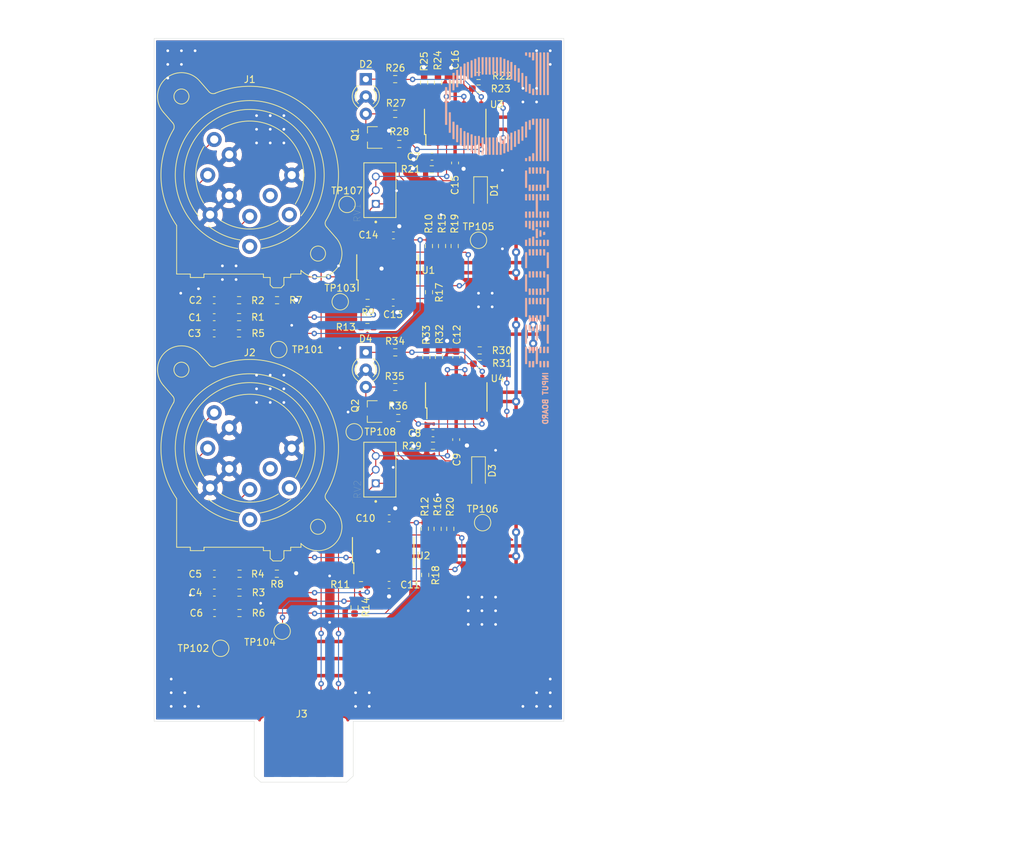
<source format=kicad_pcb>
(kicad_pcb (version 20171130) (host pcbnew "(5.1.9-0-10_14)")
  (layers (0 F.Cu signal) (31 B.Cu signal) (34 B.Paste user) (35 F.Paste user) (36 B.SilkS user) (37 F.SilkS user) (38 B.Mask user) (39 F.Mask user) (44 Edge.Cuts user))
  (net 0 "")
  (net 1 "Net-(C1-Pad2)")
  (net 2 "Net-(C1-Pad1)")
  (net 3 "Net-(C2-Pad2)")
  (net 4 "Net-(C2-Pad1)")
  (net 5 "Net-(C3-Pad2)")
  (net 6 "Net-(C3-Pad1)")
  (net 7 "Net-(C4-Pad2)")
  (net 8 "Net-(C4-Pad1)")
  (net 9 "Net-(C5-Pad2)")
  (net 10 "Net-(C5-Pad1)")
  (net 11 "Net-(C6-Pad2)")
  (net 12 "Net-(C6-Pad1)")
  (net 13 GND)
  (net 14 "Net-(C7-Pad1)")
  (net 15 "Net-(C8-Pad1)")
  (net 16 "Net-(D1-Pad2)")
  (net 17 "Net-(D2-Pad3)")
  (net 18 "Net-(D2-Pad1)")
  (net 19 "Net-(D3-Pad2)")
  (net 20 "Net-(D4-Pad3)")
  (net 21 "Net-(D4-Pad1)")
  (net 22 /CARRIER)
  (net 23 -12V)
  (net 24 /PROGRAM)
  (net 25 +2V)
  (net 26 +12V)
  (net 27 "Net-(Q1-Pad1)")
  (net 28 "Net-(Q2-Pad1)")
  (net 29 "Net-(R1-Pad1)")
  (net 30 "Net-(R2-Pad1)")
  (net 31 "Net-(R11-Pad2)")
  (net 32 "Net-(R4-Pad1)")
  (net 33 "Net-(R10-Pad2)")
  (net 34 "Net-(R12-Pad2)")
  (net 35 "Net-(R13-Pad2)")
  (net 36 "Net-(R10-Pad1)")
  (net 37 "Net-(R11-Pad1)")
  (net 38 "Net-(R12-Pad1)")
  (net 39 "Net-(R13-Pad1)")
  (net 40 "Net-(R14-Pad1)")
  (net 41 "Net-(R15-Pad2)")
  (net 42 "Net-(R16-Pad2)")
  (net 43 "Net-(R17-Pad1)")
  (net 44 "Net-(R18-Pad1)")
  (net 45 "Net-(R22-Pad2)")
  (net 46 "Net-(R23-Pad2)")
  (net 47 "Net-(R24-Pad2)")
  (net 48 "Net-(R26-Pad2)")
  (net 49 "Net-(R27-Pad2)")
  (net 50 "Net-(R28-Pad1)")
  (net 51 "Net-(R30-Pad2)")
  (net 52 "Net-(R31-Pad2)")
  (net 53 "Net-(R32-Pad2)")
  (net 54 "Net-(R34-Pad2)")
  (net 55 "Net-(R35-Pad2)")
  (net 56 "Net-(R36-Pad1)")
  (net 57 "Net-(J1-PadRN)")
  (net 58 "Net-(J1-PadR)")
  (net 59 "Net-(J2-PadRN)")
  (net 60 "Net-(J2-PadR)")
  (module OHMCODER:345-010-521-201_Male (layer F.Cu) (at 101.75 130)
    (fp_text reference J3 (at -0.291 -1.089) (layer F.SilkS))
    (fp_text value Conn_02x05_Odd_Even)
    (pad 1 connect rect (at -5.08 4.064) (size 1.4 8.128) (layers F.Cu) (net 26 +12V))
    (pad 3 connect rect (at -2.54 4.064) (size 1.4 8.128) (layers F.Cu) (net 23 -12V))
    (pad 5 connect rect (at 0 4.064) (size 1.4 8.128) (layers F.Cu) (net 25 +2V))
    (pad 7 connect rect (at 2.54 4.064) (size 1.4 8.128) (layers F.Cu) (net 24 /PROGRAM))
    (pad 9 connect rect (at 5.08 4.064) (size 1.4 8.128) (layers F.Cu) (net 22 /CARRIER))
    (pad 4 connect rect (at -2.54 4.064) (size 1.4 8.128) (layers B.Cu) (net 13 GND))
    (pad 8 connect rect (at 2.54 4.064) (size 1.4 8.128) (layers B.Cu) (net 13 GND))
    (pad 10 connect rect (at 5.08 4.064) (size 1.4 8.128) (layers B.Cu) (net 13 GND))
    (pad 2 connect rect (at -5.08 4.064) (size 1.4 8.128) (layers B.Cu) (net 13 GND))
    (pad 6 connect rect (at 0 4.064) (size 1.4 8.128) (layers B.Cu) (net 13 GND))
  )
  (module OHMCODER:OHMCODER_46x15mm (layer B.Cu) (at 130.05 55.1 270)
    (fp_text reference G*** hide)
    (fp_text value LOGO hide)
  )
  (module Diode_SMD:D_SOD-123 (layer F.Cu) (at 127.65 52.5 270)
    (fp_text reference D1 (at -0.3 -2 90) (layer F.SilkS))
    (fp_text value 1N4148)
    (pad 2 smd rect (at 1.65 0 270) (size 0.9 1.2) (layers F.Cu F.Paste F.Mask) (net 16 "Net-(D1-Pad2)"))
    (pad 1 smd rect (at -1.65 0 270) (size 0.9 1.2) (layers F.Cu F.Paste F.Mask) (net 14 "Net-(C7-Pad1)"))
  )
  (module Diode_SMD:D_SOD-123 (layer F.Cu) (at 127.35 93.5 270)
    (fp_text reference D3 (at -0.2 -2 90) (layer F.SilkS))
    (fp_text value 1N4148)
    (pad 2 smd rect (at 1.65 0 270) (size 0.9 1.2) (layers F.Cu F.Paste F.Mask) (net 19 "Net-(D3-Pad2)"))
    (pad 1 smd rect (at -1.65 0 270) (size 0.9 1.2) (layers F.Cu F.Paste F.Mask) (net 15 "Net-(C8-Pad1)"))
  )
  (module TestPoint:TestPoint_Pad_D2.0mm (layer F.Cu) (at 109.15 87.6)
    (fp_text reference TP108 (at 3.8 0) (layer F.SilkS))
    (fp_text value TestPoint)
    (pad 1 smd circle (at 0 0) (size 2 2) (layers F.Cu F.Mask) (net 22 /CARRIER))
  )
  (module TestPoint:TestPoint_Pad_D2.0mm (layer F.Cu) (at 108.1 54.3)
    (fp_text reference TP107 (at 0 -1.998) (layer F.SilkS))
    (fp_text value TestPoint)
    (pad 1 smd circle (at 0 0) (size 2 2) (layers F.Cu F.Mask) (net 24 /PROGRAM))
  )
  (module TestPoint:TestPoint_Pad_D2.0mm (layer F.Cu) (at 127.95 100.9)
    (fp_text reference TP106 (at 0 -1.998) (layer F.SilkS))
    (fp_text value TestPoint)
    (pad 1 smd circle (at 0 0) (size 2 2) (layers F.Cu F.Mask) (net 42 "Net-(R16-Pad2)"))
  )
  (module TestPoint:TestPoint_Pad_D2.0mm (layer F.Cu) (at 127.35 59.55)
    (fp_text reference TP105 (at 0 -1.998) (layer F.SilkS))
    (fp_text value TestPoint)
    (pad 1 smd circle (at 0 0) (size 2 2) (layers F.Cu F.Mask) (net 41 "Net-(R15-Pad2)"))
  )
  (module TestPoint:TestPoint_Pad_D2.0mm (layer F.Cu) (at 98.6 116.8)
    (fp_text reference TP104 (at -3.25 1.6) (layer F.SilkS))
    (fp_text value TestPoint)
    (pad 1 smd circle (at 0 0) (size 2 2) (layers F.Cu F.Mask) (net 37 "Net-(R11-Pad1)"))
  )
  (module TestPoint:TestPoint_Pad_D2.0mm (layer F.Cu) (at 107.1 68.55)
    (fp_text reference TP103 (at 0 -1.998) (layer F.SilkS))
    (fp_text value TestPoint)
    (pad 1 smd circle (at 0 0) (size 2 2) (layers F.Cu F.Mask) (net 35 "Net-(R13-Pad2)"))
  )
  (module TestPoint:TestPoint_Pad_D2.0mm (layer F.Cu) (at 89.6 119.3)
    (fp_text reference TP102 (at -4 0) (layer F.SilkS))
    (fp_text value TestPoint)
    (pad 1 smd circle (at 0 0) (size 2 2) (layers F.Cu F.Mask) (net 12 "Net-(C6-Pad1)"))
  )
  (module TestPoint:TestPoint_Pad_D2.0mm (layer F.Cu) (at 98.1 75.55)
    (fp_text reference TP101 (at 4.25 0) (layer F.SilkS))
    (fp_text value TestPoint)
    (pad 1 smd circle (at 0 0) (size 2 2) (layers F.Cu F.Mask) (net 6 "Net-(C3-Pad1)"))
  )
  (module Connector_Audio:Jack_XLR-6.35mm_Neutrik_NCJ9FI-V_Vertical (layer F.Cu) (at 100 90)
    (fp_text reference J2 (at -6.15 -14) (layer F.SilkS))
    (fp_text value XLR3_AudioJack3_Combo_Switch)
    (pad SN thru_hole circle (at -9.15 3) (size 2.2 2.2) (drill 1.2) (layers *.Cu *.Mask) (net 13 GND))
    (pad RN thru_hole circle (at -3.15 3) (size 2.2 2.2) (drill 1.2) (layers *.Cu *.Mask) (net 59 "Net-(J2-PadRN)"))
    (pad TN thru_hole circle (at -9.15 -3) (size 2.2 2.2) (drill 1.2) (layers *.Cu *.Mask) (net 13 GND))
    (pad R thru_hole circle (at -0.35 5.8) (size 2.2 2.2) (drill 1.2) (layers *.Cu *.Mask) (net 60 "Net-(J2-PadR)"))
    (pad T thru_hole circle (at -11.35 -5.2) (size 2.2 2.2) (drill 1.2) (layers *.Cu *.Mask) (net 11 "Net-(C6-Pad2)"))
    (pad S thru_hole circle (at -11.95 5.8) (size 2.2 2.2) (drill 1.2) (layers *.Cu *.Mask) (net 13 GND))
    (pad G thru_hole circle (at -6.15 10.45) (size 2.2 2.2) (drill 1.2) (layers *.Cu *.Mask))
    (pad 3 thru_hole circle (at -6.15 6.05) (size 2.2 2.2) (drill 1.2) (layers *.Cu *.Mask) (net 9 "Net-(C5-Pad2)"))
    (pad 2 thru_hole circle (at -12.3 0) (size 2.2 2.2) (drill 1.2) (layers *.Cu *.Mask) (net 7 "Net-(C4-Pad2)"))
    (pad 1 thru_hole circle (at 0 0) (size 2.2 2.2) (drill 1.2) (layers *.Cu *.Mask) (net 13 GND))
  )
  (module Connector_Audio:Jack_XLR-6.35mm_Neutrik_NCJ9FI-V_Vertical (layer F.Cu) (at 100 50)
    (fp_text reference J1 (at -6.15 -14) (layer F.SilkS))
    (fp_text value XLR3_AudioJack3_Combo_Switch)
    (pad SN thru_hole circle (at -9.15 3) (size 2.2 2.2) (drill 1.2) (layers *.Cu *.Mask) (net 13 GND))
    (pad RN thru_hole circle (at -3.15 3) (size 2.2 2.2) (drill 1.2) (layers *.Cu *.Mask) (net 57 "Net-(J1-PadRN)"))
    (pad TN thru_hole circle (at -9.15 -3) (size 2.2 2.2) (drill 1.2) (layers *.Cu *.Mask) (net 13 GND))
    (pad R thru_hole circle (at -0.35 5.8) (size 2.2 2.2) (drill 1.2) (layers *.Cu *.Mask) (net 58 "Net-(J1-PadR)"))
    (pad T thru_hole circle (at -11.35 -5.2) (size 2.2 2.2) (drill 1.2) (layers *.Cu *.Mask) (net 5 "Net-(C3-Pad2)"))
    (pad S thru_hole circle (at -11.95 5.8) (size 2.2 2.2) (drill 1.2) (layers *.Cu *.Mask) (net 13 GND))
    (pad G thru_hole circle (at -6.15 10.45) (size 2.2 2.2) (drill 1.2) (layers *.Cu *.Mask))
    (pad 3 thru_hole circle (at -6.15 6.05) (size 2.2 2.2) (drill 1.2) (layers *.Cu *.Mask) (net 3 "Net-(C2-Pad2)"))
    (pad 2 thru_hole circle (at -12.3 0) (size 2.2 2.2) (drill 1.2) (layers *.Cu *.Mask) (net 1 "Net-(C1-Pad2)"))
    (pad 1 thru_hole circle (at 0 0) (size 2.2 2.2) (drill 1.2) (layers *.Cu *.Mask) (net 13 GND))
  )
  (module Resistor_SMD:R_0603_1608Metric_Pad0.98x0.95mm_HandSolder (layer F.Cu) (at 122.01 60.395 90)
    (fp_text reference R15 (at 3.3 0 90) (layer F.SilkS))
    (fp_text value 10k)
    (pad 2 smd roundrect (at 0.9125 0 90) (size 0.975 0.95) (layers F.Cu F.Paste F.Mask) (net 41 "Net-(R15-Pad2)"))
    (pad 1 smd roundrect (at -0.9125 0 90) (size 0.975 0.95) (layers F.Cu F.Paste F.Mask) (net 36 "Net-(R10-Pad1)"))
  )
  (module Capacitor_SMD:C_0603_1608Metric_Pad1.08x0.95mm_HandSolder (layer F.Cu) (at 123.92 36.43 270)
    (fp_text reference C16 (at -3.32 -0.02 90) (layer F.SilkS))
    (fp_text value 100n)
    (pad 2 smd roundrect (at 0.8625 0 270) (size 1.075 0.95) (layers F.Cu F.Paste F.Mask) (net 23 -12V))
    (pad 1 smd roundrect (at -0.8625 0 270) (size 1.075 0.95) (layers F.Cu F.Paste F.Mask) (net 13 GND))
  )
  (module Capacitor_SMD:C_0603_1608Metric_Pad1.08x0.95mm_HandSolder (layer F.Cu) (at 123.92 48.23 270)
    (fp_text reference C15 (at 3.24 0.02 90) (layer F.SilkS))
    (fp_text value 100n)
    (pad 2 smd roundrect (at 0.8625 0 270) (size 1.075 0.95) (layers F.Cu F.Paste F.Mask) (net 13 GND))
    (pad 1 smd roundrect (at -0.8625 0 270) (size 1.075 0.95) (layers F.Cu F.Paste F.Mask) (net 26 +12V))
  )
  (module Capacitor_SMD:C_0603_1608Metric_Pad1.08x0.95mm_HandSolder (layer F.Cu) (at 114.89 58.83 180)
    (fp_text reference C14 (at 3.66 0.06) (layer F.SilkS))
    (fp_text value 100n)
    (pad 2 smd roundrect (at 0.8625 0 180) (size 1.075 0.95) (layers F.Cu F.Paste F.Mask) (net 23 -12V))
    (pad 1 smd roundrect (at -0.8625 0 180) (size 1.075 0.95) (layers F.Cu F.Paste F.Mask) (net 13 GND))
  )
  (module Capacitor_SMD:C_0603_1608Metric_Pad1.08x0.95mm_HandSolder (layer F.Cu) (at 114.86 68.69)
    (fp_text reference C13 (at -0.025 1.725) (layer F.SilkS))
    (fp_text value 100n)
    (pad 2 smd roundrect (at 0.8625 0) (size 1.075 0.95) (layers F.Cu F.Paste F.Mask) (net 13 GND))
    (pad 1 smd roundrect (at -0.8625 0) (size 1.075 0.95) (layers F.Cu F.Paste F.Mask) (net 26 +12V))
  )
  (module Capacitor_SMD:C_0603_1608Metric_Pad1.08x0.95mm_HandSolder (layer F.Cu) (at 124.09 76.64 270)
    (fp_text reference C12 (at -3.275 -0.1 90) (layer F.SilkS))
    (fp_text value 100n)
    (pad 2 smd roundrect (at 0.8625 0 270) (size 1.075 0.95) (layers F.Cu F.Paste F.Mask) (net 23 -12V))
    (pad 1 smd roundrect (at -0.8625 0 270) (size 1.075 0.95) (layers F.Cu F.Paste F.Mask) (net 13 GND))
  )
  (module Capacitor_SMD:C_0603_1608Metric_Pad1.08x0.95mm_HandSolder (layer F.Cu) (at 114.25 110.01)
    (fp_text reference C11 (at 3.1 -0.01) (layer F.SilkS))
    (fp_text value 100n)
    (pad 2 smd roundrect (at 0.8625 0) (size 1.075 0.95) (layers F.Cu F.Paste F.Mask) (net 13 GND))
    (pad 1 smd roundrect (at -0.8625 0) (size 1.075 0.95) (layers F.Cu F.Paste F.Mask) (net 26 +12V))
  )
  (module Capacitor_SMD:C_0603_1608Metric_Pad1.08x0.95mm_HandSolder (layer F.Cu) (at 114.27 100.26 180)
    (fp_text reference C10 (at 3.47 0.01) (layer F.SilkS))
    (fp_text value 100n)
    (pad 2 smd roundrect (at 0.8625 0 180) (size 1.075 0.95) (layers F.Cu F.Paste F.Mask) (net 23 -12V))
    (pad 1 smd roundrect (at -0.8625 0 180) (size 1.075 0.95) (layers F.Cu F.Paste F.Mask) (net 13 GND))
  )
  (module Capacitor_SMD:C_0603_1608Metric_Pad1.08x0.95mm_HandSolder (layer F.Cu) (at 124.08 88.73 270)
    (fp_text reference C9 (at 2.94 -0.09 90) (layer F.SilkS))
    (fp_text value 100n)
    (pad 2 smd roundrect (at 0.8625 0 270) (size 1.075 0.95) (layers F.Cu F.Paste F.Mask) (net 13 GND))
    (pad 1 smd roundrect (at -0.8625 0 270) (size 1.075 0.95) (layers F.Cu F.Paste F.Mask) (net 26 +12V))
  )
  (module OHMCODER:TE-6-440054-3 (layer F.Cu) (at 112.3 95.14 90)
    (fp_text reference RV2 (at -0.9 -2.67 90) (layer F.SilkS) (effects (font (thickness 0.015))))
    (fp_text value 50k)
    (pad 1 thru_hole rect (at 0 0 90) (size 1.15 1.15) (drill 0.8) (layers *.Cu *.Mask) (net 42 "Net-(R16-Pad2)"))
    (pad 2 thru_hole circle (at 2 0 90) (size 1.15 1.15) (drill 0.8) (layers *.Cu *.Mask) (net 22 /CARRIER))
    (pad 3 thru_hole circle (at 4 0 90) (size 1.15 1.15) (drill 0.8) (layers *.Cu *.Mask) (net 22 /CARRIER))
  )
  (module OHMCODER:TE-6-440054-3 (layer F.Cu) (at 112.31 54.22 90)
    (fp_text reference RV1 (at -1.29 -2.72 90) (layer F.SilkS) (effects (font (thickness 0.015))))
    (fp_text value 50k)
    (pad 1 thru_hole rect (at 0 0 90) (size 1.15 1.15) (drill 0.8) (layers *.Cu *.Mask) (net 41 "Net-(R15-Pad2)"))
    (pad 2 thru_hole circle (at 2 0 90) (size 1.15 1.15) (drill 0.8) (layers *.Cu *.Mask) (net 24 /PROGRAM))
    (pad 3 thru_hole circle (at 4 0 90) (size 1.15 1.15) (drill 0.8) (layers *.Cu *.Mask) (net 24 /PROGRAM))
  )
  (module OHMCODER:TL074-SOIC-14 (layer F.Cu) (at 114.02 63.765)
    (fp_text reference U1 (at 5.98 0.175 180) (layer F.SilkS))
    (fp_text value TL074)
    (pad 8 smd rect (at 3.81 -2.475) (size 0.6 1.55) (layers F.Cu F.Paste F.Mask) (net 36 "Net-(R10-Pad1)"))
    (pad 9 smd rect (at 2.54 -2.475) (size 0.6 1.55) (layers F.Cu F.Paste F.Mask) (net 33 "Net-(R10-Pad2)"))
    (pad 10 smd rect (at 1.27 -2.475) (size 0.6 1.55) (layers F.Cu F.Paste F.Mask) (net 13 GND))
    (pad 11 smd rect (at 0 -2.475) (size 0.6 1.55) (layers F.Cu F.Paste F.Mask) (net 23 -12V))
    (pad 12 smd rect (at -1.27 -2.475) (size 0.6 1.55) (layers F.Cu F.Paste F.Mask) (net 13 GND))
    (pad 13 smd rect (at -2.54 -2.475) (size 0.6 1.55) (layers F.Cu F.Paste F.Mask) (net 41 "Net-(R15-Pad2)"))
    (pad 14 smd rect (at -3.81 -2.475) (size 0.6 1.55) (layers F.Cu F.Paste F.Mask) (net 24 /PROGRAM))
    (pad 7 smd rect (at 3.81 2.475) (size 0.6 1.55) (layers F.Cu F.Paste F.Mask) (net 43 "Net-(R17-Pad1)"))
    (pad 6 smd rect (at 2.54 2.475) (size 0.6 1.55) (layers F.Cu F.Paste F.Mask) (net 39 "Net-(R13-Pad1)"))
    (pad 5 smd rect (at 1.27 2.475) (size 0.6 1.55) (layers F.Cu F.Paste F.Mask) (net 13 GND))
    (pad 4 smd rect (at 0 2.475) (size 0.6 1.55) (layers F.Cu F.Paste F.Mask) (net 26 +12V))
    (pad 3 smd rect (at -1.27 2.475) (size 0.6 1.55) (layers F.Cu F.Paste F.Mask) (net 30 "Net-(R2-Pad1)"))
    (pad 2 smd rect (at -2.54 2.475) (size 0.6 1.55) (layers F.Cu F.Paste F.Mask) (net 29 "Net-(R1-Pad1)"))
    (pad 1 smd rect (at -3.81 2.475) (size 0.6 1.55) (layers F.Cu F.Paste F.Mask) (net 35 "Net-(R13-Pad2)"))
  )
  (module OHMCODER:TL074-SOIC-14 (layer F.Cu) (at 124.09 82.5)
    (fp_text reference U4 (at 6.05 -2.71 -180) (layer F.SilkS))
    (fp_text value TL074)
    (pad 8 smd rect (at 3.81 -2.475) (size 0.6 1.55) (layers F.Cu F.Paste F.Mask) (net 54 "Net-(R34-Pad2)"))
    (pad 9 smd rect (at 2.54 -2.475) (size 0.6 1.55) (layers F.Cu F.Paste F.Mask) (net 52 "Net-(R31-Pad2)"))
    (pad 10 smd rect (at 1.27 -2.475) (size 0.6 1.55) (layers F.Cu F.Paste F.Mask) (net 15 "Net-(C8-Pad1)"))
    (pad 11 smd rect (at 0 -2.475) (size 0.6 1.55) (layers F.Cu F.Paste F.Mask) (net 23 -12V))
    (pad 12 smd rect (at -1.27 -2.475) (size 0.6 1.55) (layers F.Cu F.Paste F.Mask) (net 15 "Net-(C8-Pad1)"))
    (pad 13 smd rect (at -2.54 -2.475) (size 0.6 1.55) (layers F.Cu F.Paste F.Mask) (net 53 "Net-(R32-Pad2)"))
    (pad 14 smd rect (at -3.81 -2.475) (size 0.6 1.55) (layers F.Cu F.Paste F.Mask) (net 55 "Net-(R35-Pad2)"))
    (pad 7 smd rect (at 3.81 2.475) (size 0.6 1.55) (layers F.Cu F.Paste F.Mask) (net 56 "Net-(R36-Pad1)"))
    (pad 6 smd rect (at 2.54 2.475) (size 0.6 1.55) (layers F.Cu F.Paste F.Mask) (net 51 "Net-(R30-Pad2)"))
    (pad 5 smd rect (at 1.27 2.475) (size 0.6 1.55) (layers F.Cu F.Paste F.Mask) (net 15 "Net-(C8-Pad1)"))
    (pad 4 smd rect (at 0 2.475) (size 0.6 1.55) (layers F.Cu F.Paste F.Mask) (net 26 +12V))
    (pad 3 smd rect (at -1.27 2.475) (size 0.6 1.55) (layers F.Cu F.Paste F.Mask) (net 22 /CARRIER))
    (pad 2 smd rect (at -2.54 2.475) (size 0.6 1.55) (layers F.Cu F.Paste F.Mask) (net 15 "Net-(C8-Pad1)"))
    (pad 1 smd rect (at -3.81 2.475) (size 0.6 1.55) (layers F.Cu F.Paste F.Mask) (net 19 "Net-(D3-Pad2)"))
  )
  (module OHMCODER:TL074-SOIC-14 (layer F.Cu) (at 123.935 42.465)
    (fp_text reference U3 (at 6.095 -2.805) (layer F.SilkS))
    (fp_text value TL074)
    (pad 8 smd rect (at 3.81 -2.475) (size 0.6 1.55) (layers F.Cu F.Paste F.Mask) (net 48 "Net-(R26-Pad2)"))
    (pad 9 smd rect (at 2.54 -2.475) (size 0.6 1.55) (layers F.Cu F.Paste F.Mask) (net 46 "Net-(R23-Pad2)"))
    (pad 10 smd rect (at 1.27 -2.475) (size 0.6 1.55) (layers F.Cu F.Paste F.Mask) (net 14 "Net-(C7-Pad1)"))
    (pad 11 smd rect (at 0 -2.475) (size 0.6 1.55) (layers F.Cu F.Paste F.Mask) (net 23 -12V))
    (pad 12 smd rect (at -1.27 -2.475) (size 0.6 1.55) (layers F.Cu F.Paste F.Mask) (net 14 "Net-(C7-Pad1)"))
    (pad 13 smd rect (at -2.54 -2.475) (size 0.6 1.55) (layers F.Cu F.Paste F.Mask) (net 47 "Net-(R24-Pad2)"))
    (pad 14 smd rect (at -3.81 -2.475) (size 0.6 1.55) (layers F.Cu F.Paste F.Mask) (net 49 "Net-(R27-Pad2)"))
    (pad 7 smd rect (at 3.81 2.475) (size 0.6 1.55) (layers F.Cu F.Paste F.Mask) (net 50 "Net-(R28-Pad1)"))
    (pad 6 smd rect (at 2.54 2.475) (size 0.6 1.55) (layers F.Cu F.Paste F.Mask) (net 45 "Net-(R22-Pad2)"))
    (pad 5 smd rect (at 1.27 2.475) (size 0.6 1.55) (layers F.Cu F.Paste F.Mask) (net 14 "Net-(C7-Pad1)"))
    (pad 4 smd rect (at 0 2.475) (size 0.6 1.55) (layers F.Cu F.Paste F.Mask) (net 26 +12V))
    (pad 3 smd rect (at -1.27 2.475) (size 0.6 1.55) (layers F.Cu F.Paste F.Mask) (net 24 /PROGRAM))
    (pad 2 smd rect (at -2.54 2.475) (size 0.6 1.55) (layers F.Cu F.Paste F.Mask) (net 14 "Net-(C7-Pad1)"))
    (pad 1 smd rect (at -3.81 2.475) (size 0.6 1.55) (layers F.Cu F.Paste F.Mask) (net 16 "Net-(D1-Pad2)"))
  )
  (module OHMCODER:TL074-SOIC-14 (layer F.Cu) (at 113.39 105.175)
    (fp_text reference U2 (at 5.89 0.565 -180) (layer F.SilkS))
    (fp_text value TL074)
    (pad 8 smd rect (at 3.81 -2.475) (size 0.6 1.55) (layers F.Cu F.Paste F.Mask) (net 38 "Net-(R12-Pad1)"))
    (pad 9 smd rect (at 2.54 -2.475) (size 0.6 1.55) (layers F.Cu F.Paste F.Mask) (net 34 "Net-(R12-Pad2)"))
    (pad 10 smd rect (at 1.27 -2.475) (size 0.6 1.55) (layers F.Cu F.Paste F.Mask) (net 13 GND))
    (pad 11 smd rect (at 0 -2.475) (size 0.6 1.55) (layers F.Cu F.Paste F.Mask) (net 23 -12V))
    (pad 12 smd rect (at -1.27 -2.475) (size 0.6 1.55) (layers F.Cu F.Paste F.Mask) (net 13 GND))
    (pad 13 smd rect (at -2.54 -2.475) (size 0.6 1.55) (layers F.Cu F.Paste F.Mask) (net 42 "Net-(R16-Pad2)"))
    (pad 14 smd rect (at -3.81 -2.475) (size 0.6 1.55) (layers F.Cu F.Paste F.Mask) (net 22 /CARRIER))
    (pad 7 smd rect (at 3.81 2.475) (size 0.6 1.55) (layers F.Cu F.Paste F.Mask) (net 44 "Net-(R18-Pad1)"))
    (pad 6 smd rect (at 2.54 2.475) (size 0.6 1.55) (layers F.Cu F.Paste F.Mask) (net 40 "Net-(R14-Pad1)"))
    (pad 5 smd rect (at 1.27 2.475) (size 0.6 1.55) (layers F.Cu F.Paste F.Mask) (net 13 GND))
    (pad 4 smd rect (at 0 2.475) (size 0.6 1.55) (layers F.Cu F.Paste F.Mask) (net 26 +12V))
    (pad 3 smd rect (at -1.27 2.475) (size 0.6 1.55) (layers F.Cu F.Paste F.Mask) (net 32 "Net-(R4-Pad1)"))
    (pad 2 smd rect (at -2.54 2.475) (size 0.6 1.55) (layers F.Cu F.Paste F.Mask) (net 31 "Net-(R11-Pad2)"))
    (pad 1 smd rect (at -3.81 2.475) (size 0.6 1.55) (layers F.Cu F.Paste F.Mask) (net 37 "Net-(R11-Pad1)"))
  )
  (module Resistor_SMD:R_0603_1608Metric_Pad0.98x0.95mm_HandSolder (layer F.Cu) (at 115.6 85.575 180)
    (fp_text reference R36 (at 0.025 1.775) (layer F.SilkS))
    (fp_text value 1k)
    (pad 2 smd roundrect (at 0.9125 0 180) (size 0.975 0.95) (layers F.Cu F.Paste F.Mask) (net 28 "Net-(Q2-Pad1)"))
    (pad 1 smd roundrect (at -0.9125 0 180) (size 0.975 0.95) (layers F.Cu F.Paste F.Mask) (net 56 "Net-(R36-Pad1)"))
  )
  (module Resistor_SMD:R_0603_1608Metric_Pad0.98x0.95mm_HandSolder (layer F.Cu) (at 115.1625 81.04)
    (fp_text reference R35 (at -0.0875 -1.565) (layer F.SilkS))
    (fp_text value 470)
    (pad 2 smd roundrect (at 0.9125 0) (size 0.975 0.95) (layers F.Cu F.Paste F.Mask) (net 55 "Net-(R35-Pad2)"))
    (pad 1 smd roundrect (at -0.9125 0) (size 0.975 0.95) (layers F.Cu F.Paste F.Mask) (net 20 "Net-(D4-Pad3)"))
  )
  (module Resistor_SMD:R_0603_1608Metric_Pad0.98x0.95mm_HandSolder (layer F.Cu) (at 115.1625 75.96)
    (fp_text reference R34 (at -0.0375 -1.635) (layer F.SilkS))
    (fp_text value 470)
    (pad 2 smd roundrect (at 0.9125 0) (size 0.975 0.95) (layers F.Cu F.Paste F.Mask) (net 54 "Net-(R34-Pad2)"))
    (pad 1 smd roundrect (at -0.9125 0) (size 0.975 0.95) (layers F.Cu F.Paste F.Mask) (net 21 "Net-(D4-Pad1)"))
  )
  (module Resistor_SMD:R_0603_1608Metric_Pad0.98x0.95mm_HandSolder (layer F.Cu) (at 119.71 76.63 90)
    (fp_text reference R33 (at 3.22 0 90) (layer F.SilkS))
    (fp_text value 22k)
    (pad 2 smd roundrect (at 0.9125 0 90) (size 0.975 0.95) (layers F.Cu F.Paste F.Mask) (net 13 GND))
    (pad 1 smd roundrect (at -0.9125 0 90) (size 0.975 0.95) (layers F.Cu F.Paste F.Mask) (net 53 "Net-(R32-Pad2)"))
  )
  (module Resistor_SMD:R_0603_1608Metric_Pad0.98x0.95mm_HandSolder (layer F.Cu) (at 121.56 76.62 270)
    (fp_text reference R32 (at -3.315 -0.075 90) (layer F.SilkS))
    (fp_text value 33k)
    (pad 2 smd roundrect (at 0.9125 0 270) (size 0.975 0.95) (layers F.Cu F.Paste F.Mask) (net 53 "Net-(R32-Pad2)"))
    (pad 1 smd roundrect (at -0.9125 0 270) (size 0.975 0.95) (layers F.Cu F.Paste F.Mask) (net 52 "Net-(R31-Pad2)"))
  )
  (module Resistor_SMD:R_0603_1608Metric_Pad0.98x0.95mm_HandSolder (layer F.Cu) (at 127.52 77.63 180)
    (fp_text reference R31 (at -3.28 0.07) (layer F.SilkS))
    (fp_text value 18k)
    (pad 2 smd roundrect (at 0.9125 0 180) (size 0.975 0.95) (layers F.Cu F.Paste F.Mask) (net 52 "Net-(R31-Pad2)"))
    (pad 1 smd roundrect (at -0.9125 0 180) (size 0.975 0.95) (layers F.Cu F.Paste F.Mask) (net 51 "Net-(R30-Pad2)"))
  )
  (module Resistor_SMD:R_0603_1608Metric_Pad0.98x0.95mm_HandSolder (layer F.Cu) (at 127.52 75.68)
    (fp_text reference R30 (at 3.24 0.01) (layer F.SilkS))
    (fp_text value 27k)
    (pad 2 smd roundrect (at 0.9125 0) (size 0.975 0.95) (layers F.Cu F.Paste F.Mask) (net 51 "Net-(R30-Pad2)"))
    (pad 1 smd roundrect (at -0.9125 0) (size 0.975 0.95) (layers F.Cu F.Paste F.Mask) (net 25 +2V))
  )
  (module Resistor_SMD:R_0603_1608Metric_Pad0.98x0.95mm_HandSolder (layer F.Cu) (at 120.685 89.63 180)
    (fp_text reference R29 (at 3.105 -0.04) (layer F.SilkS))
    (fp_text value 4.7k)
    (pad 2 smd roundrect (at 0.9125 0 180) (size 0.975 0.95) (layers F.Cu F.Paste F.Mask) (net 13 GND))
    (pad 1 smd roundrect (at -0.9125 0 180) (size 0.975 0.95) (layers F.Cu F.Paste F.Mask) (net 15 "Net-(C8-Pad1)"))
  )
  (module Resistor_SMD:R_0603_1608Metric_Pad0.98x0.95mm_HandSolder (layer F.Cu) (at 115.75 45.45 180)
    (fp_text reference R28 (at 0 1.8) (layer F.SilkS))
    (fp_text value 1k)
    (pad 2 smd roundrect (at 0.9125 0 180) (size 0.975 0.95) (layers F.Cu F.Paste F.Mask) (net 27 "Net-(Q1-Pad1)"))
    (pad 1 smd roundrect (at -0.9125 0 180) (size 0.975 0.95) (layers F.Cu F.Paste F.Mask) (net 50 "Net-(R28-Pad1)"))
  )
  (module Resistor_SMD:R_0603_1608Metric_Pad0.98x0.95mm_HandSolder (layer F.Cu) (at 115.15 41.04)
    (fp_text reference R27 (at 0.1 -1.565) (layer F.SilkS))
    (fp_text value 470)
    (pad 2 smd roundrect (at 0.9125 0) (size 0.975 0.95) (layers F.Cu F.Paste F.Mask) (net 49 "Net-(R27-Pad2)"))
    (pad 1 smd roundrect (at -0.9125 0) (size 0.975 0.95) (layers F.Cu F.Paste F.Mask) (net 17 "Net-(D2-Pad3)"))
  )
  (module Resistor_SMD:R_0603_1608Metric_Pad0.98x0.95mm_HandSolder (layer F.Cu) (at 115.15 35.96)
    (fp_text reference R26 (at 0.025 -1.635) (layer F.SilkS))
    (fp_text value 470)
    (pad 2 smd roundrect (at 0.9125 0) (size 0.975 0.95) (layers F.Cu F.Paste F.Mask) (net 48 "Net-(R26-Pad2)"))
    (pad 1 smd roundrect (at -0.9125 0) (size 0.975 0.95) (layers F.Cu F.Paste F.Mask) (net 18 "Net-(D2-Pad1)"))
  )
  (module Resistor_SMD:R_0603_1608Metric_Pad0.98x0.95mm_HandSolder (layer F.Cu) (at 119.385 36.465 90)
    (fp_text reference R25 (at 3.1 0 90) (layer F.SilkS))
    (fp_text value 22k)
    (pad 2 smd roundrect (at 0.9125 0 90) (size 0.975 0.95) (layers F.Cu F.Paste F.Mask) (net 13 GND))
    (pad 1 smd roundrect (at -0.9125 0 90) (size 0.975 0.95) (layers F.Cu F.Paste F.Mask) (net 47 "Net-(R24-Pad2)"))
  )
  (module Resistor_SMD:R_0603_1608Metric_Pad0.98x0.95mm_HandSolder (layer F.Cu) (at 121.41 36.4775 270)
    (fp_text reference R24 (at -3.2625 0.025 90) (layer F.SilkS))
    (fp_text value 33k)
    (pad 2 smd roundrect (at 0.9125 0 270) (size 0.975 0.95) (layers F.Cu F.Paste F.Mask) (net 47 "Net-(R24-Pad2)"))
    (pad 1 smd roundrect (at -0.9125 0 270) (size 0.975 0.95) (layers F.Cu F.Paste F.Mask) (net 46 "Net-(R23-Pad2)"))
  )
  (module Resistor_SMD:R_0603_1608Metric_Pad0.98x0.95mm_HandSolder (layer F.Cu) (at 127.355 37.34 180)
    (fp_text reference R23 (at -3.2475 -0.02) (layer F.SilkS))
    (fp_text value 18k)
    (pad 2 smd roundrect (at 0.9125 0 180) (size 0.975 0.95) (layers F.Cu F.Paste F.Mask) (net 46 "Net-(R23-Pad2)"))
    (pad 1 smd roundrect (at -0.9125 0 180) (size 0.975 0.95) (layers F.Cu F.Paste F.Mask) (net 45 "Net-(R22-Pad2)"))
  )
  (module Resistor_SMD:R_0603_1608Metric_Pad0.98x0.95mm_HandSolder (layer F.Cu) (at 127.355 35.49)
    (fp_text reference R22 (at 3.445 0.01) (layer F.SilkS))
    (fp_text value 27k)
    (pad 2 smd roundrect (at 0.9125 0) (size 0.975 0.95) (layers F.Cu F.Paste F.Mask) (net 45 "Net-(R22-Pad2)"))
    (pad 1 smd roundrect (at -0.9125 0) (size 0.975 0.95) (layers F.Cu F.Paste F.Mask) (net 25 +2V))
  )
  (module Resistor_SMD:R_0603_1608Metric_Pad0.98x0.95mm_HandSolder (layer F.Cu) (at 120.51 49.165 180)
    (fp_text reference R21 (at 3.09 0.025) (layer F.SilkS))
    (fp_text value 4.7k)
    (pad 2 smd roundrect (at 0.9125 0 180) (size 0.975 0.95) (layers F.Cu F.Paste F.Mask) (net 13 GND))
    (pad 1 smd roundrect (at -0.9125 0 180) (size 0.975 0.95) (layers F.Cu F.Paste F.Mask) (net 14 "Net-(C7-Pad1)"))
  )
  (module Resistor_SMD:R_0603_1608Metric_Pad0.98x0.95mm_HandSolder (layer F.Cu) (at 123.215 101.805 270)
    (fp_text reference R20 (at -3.25 0.02 90) (layer F.SilkS))
    (fp_text value 10k)
    (pad 2 smd roundrect (at 0.9125 0 270) (size 0.975 0.95) (layers F.Cu F.Paste F.Mask) (net 44 "Net-(R18-Pad1)"))
    (pad 1 smd roundrect (at -0.9125 0 270) (size 0.975 0.95) (layers F.Cu F.Paste F.Mask) (net 42 "Net-(R16-Pad2)"))
  )
  (module Resistor_SMD:R_0603_1608Metric_Pad0.98x0.95mm_HandSolder (layer F.Cu) (at 123.86 60.395 270)
    (fp_text reference R19 (at -3.275 0 90) (layer F.SilkS))
    (fp_text value 10k)
    (pad 2 smd roundrect (at 0.9125 0 270) (size 0.975 0.95) (layers F.Cu F.Paste F.Mask) (net 43 "Net-(R17-Pad1)"))
    (pad 1 smd roundrect (at -0.9125 0 270) (size 0.975 0.95) (layers F.Cu F.Paste F.Mask) (net 41 "Net-(R15-Pad2)"))
  )
  (module Resistor_SMD:R_0603_1608Metric_Pad0.98x0.95mm_HandSolder (layer F.Cu) (at 119.54 108.555 270)
    (fp_text reference R18 (at 0.05 -1.525 90) (layer F.SilkS))
    (fp_text value 10k)
    (pad 2 smd roundrect (at 0.9125 0 270) (size 0.975 0.95) (layers F.Cu F.Paste F.Mask) (net 40 "Net-(R14-Pad1)"))
    (pad 1 smd roundrect (at -0.9125 0 270) (size 0.975 0.95) (layers F.Cu F.Paste F.Mask) (net 44 "Net-(R18-Pad1)"))
  )
  (module Resistor_SMD:R_0603_1608Metric_Pad0.98x0.95mm_HandSolder (layer F.Cu) (at 120.1 67.1525 270)
    (fp_text reference R17 (at 0.05 -1.5 90) (layer F.SilkS))
    (fp_text value 10k)
    (pad 2 smd roundrect (at 0.9125 0 270) (size 0.975 0.95) (layers F.Cu F.Paste F.Mask) (net 39 "Net-(R13-Pad1)"))
    (pad 1 smd roundrect (at -0.9125 0 270) (size 0.975 0.95) (layers F.Cu F.Paste F.Mask) (net 43 "Net-(R17-Pad1)"))
  )
  (module Resistor_SMD:R_0603_1608Metric_Pad0.98x0.95mm_HandSolder (layer F.Cu) (at 121.365 101.805 90)
    (fp_text reference R16 (at 3.3 -0.01 90) (layer F.SilkS))
    (fp_text value 10k)
    (pad 2 smd roundrect (at 0.9125 0 90) (size 0.975 0.95) (layers F.Cu F.Paste F.Mask) (net 42 "Net-(R16-Pad2)"))
    (pad 1 smd roundrect (at -0.9125 0 90) (size 0.975 0.95) (layers F.Cu F.Paste F.Mask) (net 38 "Net-(R12-Pad1)"))
  )
  (module Resistor_SMD:R_0603_1608Metric_Pad0.98x0.95mm_HandSolder (layer F.Cu) (at 109.2 113.3 90)
    (fp_text reference R14 (at 0 1.65 90) (layer F.SilkS))
    (fp_text value 1k)
    (pad 2 smd roundrect (at 0.9125 0 90) (size 0.975 0.95) (layers F.Cu F.Paste F.Mask) (net 37 "Net-(R11-Pad1)"))
    (pad 1 smd roundrect (at -0.9125 0 90) (size 0.975 0.95) (layers F.Cu F.Paste F.Mask) (net 40 "Net-(R14-Pad1)"))
  )
  (module Resistor_SMD:R_0603_1608Metric_Pad0.98x0.95mm_HandSolder (layer F.Cu) (at 111.08 72.25 180)
    (fp_text reference R13 (at 3.17 -0.02) (layer F.SilkS))
    (fp_text value 1k)
    (pad 2 smd roundrect (at 0.9125 0 180) (size 0.975 0.95) (layers F.Cu F.Paste F.Mask) (net 35 "Net-(R13-Pad2)"))
    (pad 1 smd roundrect (at -0.9125 0 180) (size 0.975 0.95) (layers F.Cu F.Paste F.Mask) (net 39 "Net-(R13-Pad1)"))
  )
  (module Resistor_SMD:R_0603_1608Metric_Pad0.98x0.95mm_HandSolder (layer F.Cu) (at 119.49 101.78 90)
    (fp_text reference R12 (at 3.225 0 90) (layer F.SilkS))
    (fp_text value 10k)
    (pad 2 smd roundrect (at 0.9125 0 90) (size 0.975 0.95) (layers F.Cu F.Paste F.Mask) (net 34 "Net-(R12-Pad2)"))
    (pad 1 smd roundrect (at -0.9125 0 90) (size 0.975 0.95) (layers F.Cu F.Paste F.Mask) (net 38 "Net-(R12-Pad1)"))
  )
  (module Resistor_SMD:R_0603_1608Metric_Pad0.98x0.95mm_HandSolder (layer F.Cu) (at 110.14 110.055)
    (fp_text reference R11 (at -3.04 -0.105) (layer F.SilkS))
    (fp_text value 10k)
    (pad 2 smd roundrect (at 0.9125 0) (size 0.975 0.95) (layers F.Cu F.Paste F.Mask) (net 31 "Net-(R11-Pad2)"))
    (pad 1 smd roundrect (at -0.9125 0) (size 0.975 0.95) (layers F.Cu F.Paste F.Mask) (net 37 "Net-(R11-Pad1)"))
  )
  (module Resistor_SMD:R_0603_1608Metric_Pad0.98x0.95mm_HandSolder (layer F.Cu) (at 120.085 60.395 90)
    (fp_text reference R10 (at 3.275 -0.025 90) (layer F.SilkS))
    (fp_text value 10k)
    (pad 2 smd roundrect (at 0.9125 0 90) (size 0.975 0.95) (layers F.Cu F.Paste F.Mask) (net 33 "Net-(R10-Pad2)"))
    (pad 1 smd roundrect (at -0.9125 0 90) (size 0.975 0.95) (layers F.Cu F.Paste F.Mask) (net 36 "Net-(R10-Pad1)"))
  )
  (module Resistor_SMD:R_0603_1608Metric_Pad0.98x0.95mm_HandSolder (layer F.Cu) (at 111.11 68.72)
    (fp_text reference R9 (at 0.06 1.42) (layer F.SilkS))
    (fp_text value 10k)
    (pad 2 smd roundrect (at 0.9125 0) (size 0.975 0.95) (layers F.Cu F.Paste F.Mask) (net 29 "Net-(R1-Pad1)"))
    (pad 1 smd roundrect (at -0.9125 0) (size 0.975 0.95) (layers F.Cu F.Paste F.Mask) (net 35 "Net-(R13-Pad2)"))
  )
  (module Resistor_SMD:R_0603_1608Metric_Pad0.98x0.95mm_HandSolder (layer F.Cu) (at 97.825 108.375)
    (fp_text reference R8 (at 0.025 1.525) (layer F.SilkS))
    (fp_text value 10k)
    (pad 2 smd roundrect (at 0.9125 0) (size 0.975 0.95) (layers F.Cu F.Paste F.Mask) (net 13 GND))
    (pad 1 smd roundrect (at -0.9125 0) (size 0.975 0.95) (layers F.Cu F.Paste F.Mask) (net 32 "Net-(R4-Pad1)"))
  )
  (module Resistor_SMD:R_0603_1608Metric_Pad0.98x0.95mm_HandSolder (layer F.Cu) (at 97.85 68.325)
    (fp_text reference R7 (at 2.75 0) (layer F.SilkS))
    (fp_text value 10k)
    (pad 2 smd roundrect (at 0.9125 0) (size 0.975 0.95) (layers F.Cu F.Paste F.Mask) (net 13 GND))
    (pad 1 smd roundrect (at -0.9125 0) (size 0.975 0.95) (layers F.Cu F.Paste F.Mask) (net 30 "Net-(R2-Pad1)"))
  )
  (module Resistor_SMD:R_0603_1608Metric_Pad0.98x0.95mm_HandSolder (layer F.Cu) (at 92.3475 114.135 180)
    (fp_text reference R6 (at -2.7875 0) (layer F.SilkS))
    (fp_text value 10k)
    (pad 1 smd roundrect (at -0.9125 0 180) (size 0.975 0.95) (layers F.Cu F.Paste F.Mask) (net 34 "Net-(R12-Pad2)"))
    (pad 2 smd roundrect (at 0.9125 0 180) (size 0.975 0.95) (layers F.Cu F.Paste F.Mask) (net 12 "Net-(C6-Pad1)"))
  )
  (module Resistor_SMD:R_0603_1608Metric_Pad0.98x0.95mm_HandSolder (layer F.Cu) (at 92.28 73.185 180)
    (fp_text reference R5 (at -2.81 0) (layer F.SilkS))
    (fp_text value 10k)
    (pad 2 smd roundrect (at 0.9125 0 180) (size 0.975 0.95) (layers F.Cu F.Paste F.Mask) (net 6 "Net-(C3-Pad1)"))
    (pad 1 smd roundrect (at -0.9125 0 180) (size 0.975 0.95) (layers F.Cu F.Paste F.Mask) (net 33 "Net-(R10-Pad2)"))
  )
  (module Resistor_SMD:R_0603_1608Metric_Pad0.98x0.95mm_HandSolder (layer F.Cu) (at 92.3625 108.375 180)
    (fp_text reference R4 (at -2.6625 -0.05) (layer F.SilkS))
    (fp_text value 1k)
    (pad 2 smd roundrect (at 0.9125 0 180) (size 0.975 0.95) (layers F.Cu F.Paste F.Mask) (net 10 "Net-(C5-Pad1)"))
    (pad 1 smd roundrect (at -0.9125 0 180) (size 0.975 0.95) (layers F.Cu F.Paste F.Mask) (net 32 "Net-(R4-Pad1)"))
  )
  (module Resistor_SMD:R_0603_1608Metric_Pad0.98x0.95mm_HandSolder (layer F.Cu) (at 92.3475 111.145 180)
    (fp_text reference R3 (at -2.7875 0) (layer F.SilkS))
    (fp_text value 1k)
    (pad 1 smd roundrect (at -0.9125 0 180) (size 0.975 0.95) (layers F.Cu F.Paste F.Mask) (net 31 "Net-(R11-Pad2)"))
    (pad 2 smd roundrect (at 0.9125 0 180) (size 0.975 0.95) (layers F.Cu F.Paste F.Mask) (net 8 "Net-(C4-Pad1)"))
  )
  (module Resistor_SMD:R_0603_1608Metric_Pad0.98x0.95mm_HandSolder (layer F.Cu) (at 92.29 68.325 180)
    (fp_text reference R2 (at -2.75 -0.05) (layer F.SilkS))
    (fp_text value 1k)
    (pad 2 smd roundrect (at 0.9125 0 180) (size 0.975 0.95) (layers F.Cu F.Paste F.Mask) (net 4 "Net-(C2-Pad1)"))
    (pad 1 smd roundrect (at -0.9125 0 180) (size 0.975 0.95) (layers F.Cu F.Paste F.Mask) (net 30 "Net-(R2-Pad1)"))
  )
  (module Resistor_SMD:R_0603_1608Metric_Pad0.98x0.95mm_HandSolder (layer F.Cu) (at 92.29 70.815 180)
    (fp_text reference R1 (at -2.75 0) (layer F.SilkS))
    (fp_text value 1k)
    (pad 2 smd roundrect (at 0.9125 0 180) (size 0.975 0.95) (layers F.Cu F.Paste F.Mask) (net 2 "Net-(C1-Pad1)"))
    (pad 1 smd roundrect (at -0.9125 0 180) (size 0.975 0.95) (layers F.Cu F.Paste F.Mask) (net 29 "Net-(R1-Pad1)"))
  )
  (module Package_TO_SOT_SMD:SOT-23 (layer F.Cu) (at 111.825 84.625 180)
    (fp_text reference Q2 (at 2.525 0.85 270) (layer F.SilkS))
    (fp_text value MMBTA42)
    (pad 3 smd rect (at 1 0 180) (size 0.9 0.8) (layers F.Cu F.Paste F.Mask) (net 20 "Net-(D4-Pad3)"))
    (pad 2 smd rect (at -1 0.95 180) (size 0.9 0.8) (layers F.Cu F.Paste F.Mask) (net 13 GND))
    (pad 1 smd rect (at -1 -0.95 180) (size 0.9 0.8) (layers F.Cu F.Paste F.Mask) (net 28 "Net-(Q2-Pad1)"))
  )
  (module Package_TO_SOT_SMD:SOT-23 (layer F.Cu) (at 111.85 44.5 180)
    (fp_text reference Q1 (at 2.575 0.45 270) (layer F.SilkS))
    (fp_text value MMBTA42)
    (pad 3 smd rect (at 1 0 180) (size 0.9 0.8) (layers F.Cu F.Paste F.Mask) (net 17 "Net-(D2-Pad3)"))
    (pad 2 smd rect (at -1 0.95 180) (size 0.9 0.8) (layers F.Cu F.Paste F.Mask) (net 13 GND))
    (pad 1 smd rect (at -1 -0.95 180) (size 0.9 0.8) (layers F.Cu F.Paste F.Mask) (net 27 "Net-(Q1-Pad1)"))
  )
  (module LED_THT:LED_D3.0mm-3 (layer F.Cu) (at 110.85 75.96 270)
    (fp_text reference D4 (at -1.985 0.025 180) (layer F.SilkS))
    (fp_text value LED_Dual_ACA)
    (pad 3 thru_hole circle (at 5.08 0 270) (size 1.8 1.8) (drill 0.9) (layers *.Cu *.Mask) (net 20 "Net-(D4-Pad3)"))
    (pad 2 thru_hole circle (at 2.54 0 270) (size 1.8 1.8) (drill 0.9) (layers *.Cu *.Mask) (net 13 GND))
    (pad 1 thru_hole rect (at 0 0 270) (size 1.8 1.8) (drill 0.9) (layers *.Cu *.Mask) (net 21 "Net-(D4-Pad1)"))
  )
  (module LED_THT:LED_D3.0mm-3 (layer F.Cu) (at 110.85 35.96 270)
    (fp_text reference D2 (at -2.185 0 180) (layer F.SilkS))
    (fp_text value LED_Dual_ACA)
    (pad 3 thru_hole circle (at 5.08 0 270) (size 1.8 1.8) (drill 0.9) (layers *.Cu *.Mask) (net 17 "Net-(D2-Pad3)"))
    (pad 2 thru_hole circle (at 2.54 0 270) (size 1.8 1.8) (drill 0.9) (layers *.Cu *.Mask) (net 13 GND))
    (pad 1 thru_hole rect (at 0 0 270) (size 1.8 1.8) (drill 0.9) (layers *.Cu *.Mask) (net 18 "Net-(D2-Pad1)"))
  )
  (module Capacitor_SMD:C_0603_1608Metric_Pad1.08x0.95mm_HandSolder (layer F.Cu) (at 120.685 87.805 180)
    (fp_text reference C8 (at 2.7 0) (layer F.SilkS))
    (fp_text value 10u)
    (pad 2 smd roundrect (at 0.8625 0 180) (size 1.075 0.95) (layers F.Cu F.Paste F.Mask) (net 13 GND))
    (pad 1 smd roundrect (at -0.8625 0 180) (size 1.075 0.95) (layers F.Cu F.Paste F.Mask) (net 15 "Net-(C8-Pad1)"))
  )
  (module Capacitor_SMD:C_0603_1608Metric_Pad1.08x0.95mm_HandSolder (layer F.Cu) (at 120.535 47.315 180)
    (fp_text reference C7 (at 2.7 0) (layer F.SilkS))
    (fp_text value 10u)
    (pad 2 smd roundrect (at 0.8625 0 180) (size 1.075 0.95) (layers F.Cu F.Paste F.Mask) (net 13 GND))
    (pad 1 smd roundrect (at -0.8625 0 180) (size 1.075 0.95) (layers F.Cu F.Paste F.Mask) (net 14 "Net-(C7-Pad1)"))
  )
  (module Capacitor_SMD:C_0603_1608Metric_Pad1.08x0.95mm_HandSolder (layer F.Cu) (at 88.6975 114.135 180)
    (fp_text reference C6 (at 2.6625 0) (layer F.SilkS))
    (fp_text value 10u)
    (pad 1 smd roundrect (at -0.8625 0 180) (size 1.075 0.95) (layers F.Cu F.Paste F.Mask) (net 12 "Net-(C6-Pad1)"))
    (pad 2 smd roundrect (at 0.8625 0 180) (size 1.075 0.95) (layers F.Cu F.Paste F.Mask) (net 11 "Net-(C6-Pad2)"))
  )
  (module Capacitor_SMD:C_0603_1608Metric_Pad1.08x0.95mm_HandSolder (layer F.Cu) (at 88.675 108.375 180)
    (fp_text reference C5 (at 2.8 -0.05) (layer F.SilkS))
    (fp_text value 4.7u)
    (pad 2 smd roundrect (at 0.8625 0 180) (size 1.075 0.95) (layers F.Cu F.Paste F.Mask) (net 9 "Net-(C5-Pad2)"))
    (pad 1 smd roundrect (at -0.8625 0 180) (size 1.075 0.95) (layers F.Cu F.Paste F.Mask) (net 10 "Net-(C5-Pad1)"))
  )
  (module Capacitor_SMD:C_0603_1608Metric_Pad1.08x0.95mm_HandSolder (layer F.Cu) (at 88.6725 111.145 180)
    (fp_text reference C4 (at 2.7375 0) (layer F.SilkS))
    (fp_text value 4.7u)
    (pad 1 smd roundrect (at -0.8625 0 180) (size 1.075 0.95) (layers F.Cu F.Paste F.Mask) (net 8 "Net-(C4-Pad1)"))
    (pad 2 smd roundrect (at 0.8625 0 180) (size 1.075 0.95) (layers F.Cu F.Paste F.Mask) (net 7 "Net-(C4-Pad2)"))
  )
  (module Capacitor_SMD:C_0603_1608Metric_Pad1.08x0.95mm_HandSolder (layer F.Cu) (at 88.65 73.185 180)
    (fp_text reference C3 (at 2.9 0) (layer F.SilkS))
    (fp_text value 10u)
    (pad 2 smd roundrect (at 0.8625 0 180) (size 1.075 0.95) (layers F.Cu F.Paste F.Mask) (net 5 "Net-(C3-Pad2)"))
    (pad 1 smd roundrect (at -0.8625 0 180) (size 1.075 0.95) (layers F.Cu F.Paste F.Mask) (net 6 "Net-(C3-Pad1)"))
  )
  (module Capacitor_SMD:C_0603_1608Metric_Pad1.08x0.95mm_HandSolder (layer F.Cu) (at 88.65 68.325 180)
    (fp_text reference C2 (at 2.75 0) (layer F.SilkS))
    (fp_text value 4.7u)
    (pad 2 smd roundrect (at 0.8625 0 180) (size 1.075 0.95) (layers F.Cu F.Paste F.Mask) (net 3 "Net-(C2-Pad2)"))
    (pad 1 smd roundrect (at -0.8625 0 180) (size 1.075 0.95) (layers F.Cu F.Paste F.Mask) (net 4 "Net-(C2-Pad1)"))
  )
  (module Capacitor_SMD:C_0603_1608Metric_Pad1.08x0.95mm_HandSolder (layer F.Cu) (at 88.65 70.815 180)
    (fp_text reference C1 (at 2.8 -0.05) (layer F.SilkS))
    (fp_text value 4.7u)
    (pad 2 smd roundrect (at 0.8625 0 180) (size 1.075 0.95) (layers F.Cu F.Paste F.Mask) (net 1 "Net-(C1-Pad2)"))
    (pad 1 smd roundrect (at -0.8625 0 180) (size 1.075 0.95) (layers F.Cu F.Paste F.Mask) (net 2 "Net-(C1-Pad1)"))
  )
  (gr_text "INPUT BOARD" (at 137.15 82.7 90) (layer B.SilkS) (effects (font (size 0.762 0.762) (thickness 0.1905)) (justify mirror)))
  (gr_line (start 109 130) (end 139.85 130) (layer Edge.Cuts) (width 0.0508))
  (gr_line (start 109 138) (end 109 130) (layer Edge.Cuts) (width 0.0508))
  (gr_line (start 108.05 138.89) (end 109 138) (layer Edge.Cuts) (width 0.0508))
  (gr_line (start 95.45 138.89) (end 108.05 138.89) (layer Edge.Cuts) (width 0.0508))
  (gr_line (start 94.5 138) (end 95.45 138.89) (layer Edge.Cuts) (width 0.0508))
  (gr_line (start 94.5 130) (end 94.5 138) (layer Edge.Cuts) (width 0.0508))
  (gr_line (start 79.85 130) (end 94.5 130) (layer Edge.Cuts) (width 0.0508))
  (gr_line (start 139.85 30) (end 79.85 30) (layer Edge.Cuts) (width 0.0508))
  (gr_line (start 139.85 130) (end 139.85 30) (layer Edge.Cuts) (width 0.0508))
  (gr_line (start 79.85 130) (end 79.85 30) (layer Edge.Cuts) (width 0.0508))
  (segment (start 87.7875 70.815) (end 86.565 70.815) (width 0.1524) (layer F.Cu) (net 1))
  (segment (start 86.565 70.815) (end 84.95 69.2) (width 0.1524) (layer F.Cu) (net 1))
  (segment (start 84.95 52.75) (end 87.7 50) (width 0.1524) (layer F.Cu) (net 1))
  (segment (start 84.95 69.2) (end 84.95 52.75) (width 0.1524) (layer F.Cu) (net 1))
  (segment (start 89.5125 70.815) (end 91.3775 70.815) (width 0.1524) (layer F.Cu) (net 2))
  (segment (start 87.7875 62.1125) (end 93.85 56.05) (width 0.1524) (layer F.Cu) (net 3))
  (segment (start 87.7875 68.325) (end 87.7875 62.1125) (width 0.1524) (layer F.Cu) (net 3))
  (segment (start 89.5125 68.325) (end 91.3775 68.325) (width 0.1524) (layer F.Cu) (net 4))
  (segment (start 87.7875 73.185) (end 85.935 73.185) (width 0.1524) (layer F.Cu) (net 5))
  (segment (start 85.935 73.185) (end 82.55 69.8) (width 0.1524) (layer F.Cu) (net 5))
  (segment (start 82.55 50.9) (end 88.65 44.8) (width 0.1524) (layer F.Cu) (net 5))
  (segment (start 82.55 69.8) (end 82.55 50.9) (width 0.1524) (layer F.Cu) (net 5))
  (segment (start 89.5125 73.185) (end 91.3675 73.185) (width 0.1524) (layer F.Cu) (net 6))
  (segment (start 98.1 75.55) (end 92.6 75.55) (width 0.1524) (layer F.Cu) (net 6))
  (segment (start 91.3675 74.3175) (end 91.3675 73.185) (width 0.1524) (layer F.Cu) (net 6))
  (segment (start 92.6 75.55) (end 91.3675 74.3175) (width 0.1524) (layer F.Cu) (net 6))
  (segment (start 86.295 111.145) (end 87.81 111.145) (width 0.1524) (layer F.Cu) (net 7))
  (segment (start 84.55 109.4) (end 86.295 111.145) (width 0.1524) (layer F.Cu) (net 7))
  (segment (start 84.55 93.15) (end 84.55 109.4) (width 0.1524) (layer F.Cu) (net 7))
  (segment (start 87.7 90) (end 84.55 93.15) (width 0.1524) (layer F.Cu) (net 7))
  (segment (start 89.535 111.145) (end 91.435 111.145) (width 0.1524) (layer F.Cu) (net 8))
  (segment (start 87.8125 102.0875) (end 93.85 96.05) (width 0.1524) (layer F.Cu) (net 9))
  (segment (start 87.8125 108.375) (end 87.8125 102.0875) (width 0.1524) (layer F.Cu) (net 9))
  (segment (start 89.5375 108.375) (end 91.45 108.375) (width 0.1524) (layer F.Cu) (net 10))
  (segment (start 86.285 114.135) (end 87.835 114.135) (width 0.1524) (layer F.Cu) (net 11))
  (segment (start 82.35 110.2) (end 86.285 114.135) (width 0.1524) (layer F.Cu) (net 11))
  (segment (start 82.35 91.1) (end 82.35 110.2) (width 0.1524) (layer F.Cu) (net 11))
  (segment (start 88.65 84.8) (end 82.35 91.1) (width 0.1524) (layer F.Cu) (net 11))
  (segment (start 89.56 114.135) (end 91.435 114.135) (width 0.1524) (layer F.Cu) (net 12))
  (segment (start 89.6 114.175) (end 89.56 114.135) (width 0.1524) (layer F.Cu) (net 12))
  (segment (start 89.6 119.3) (end 89.6 114.175) (width 0.1524) (layer F.Cu) (net 12))
  (segment (start 124.09 75.63) (end 122.7442 74.2842) (width 0.508) (layer F.Cu) (net 13))
  (via (at 122.7442 74.2842) (size 1.2) (drill 0.6) (layers F.Cu B.Cu) (net 13))
  (segment (start 124.09 75.7775) (end 124.09 75.63) (width 0.508) (layer F.Cu) (net 13))
  (via (at 114.25 111.7) (size 1.2) (drill 0.6) (layers F.Cu B.Cu) (net 13))
  (segment (start 115.1125 110.8375) (end 114.25 111.7) (width 0.508) (layer F.Cu) (net 13))
  (segment (start 115.1125 110.01) (end 115.1125 110.8375) (width 0.508) (layer F.Cu) (net 13))
  (segment (start 100.575 108.375) (end 100.65 108.3) (width 0.508) (layer F.Cu) (net 13))
  (via (at 100.65 108.3) (size 1.2) (drill 0.6) (layers F.Cu B.Cu) (net 13))
  (segment (start 98.7375 108.375) (end 100.575 108.375) (width 0.508) (layer F.Cu) (net 13))
  (segment (start 115.1125 109.279102) (end 115.1125 110.01) (width 0.508) (layer F.Cu) (net 13))
  (segment (start 114.66 108.826602) (end 115.1125 109.279102) (width 0.508) (layer F.Cu) (net 13))
  (segment (start 114.66 107.65) (end 114.66 108.826602) (width 0.508) (layer F.Cu) (net 13))
  (segment (start 115.1325 100.26) (end 115.1325 101.0175) (width 0.508) (layer F.Cu) (net 13))
  (segment (start 114.66 101.49) (end 114.66 102.7) (width 0.508) (layer F.Cu) (net 13))
  (segment (start 115.1325 101.0175) (end 114.66 101.49) (width 0.508) (layer F.Cu) (net 13))
  (via (at 115.15 98.8) (size 1.2) (drill 0.6) (layers F.Cu B.Cu) (net 13))
  (segment (start 115.1325 98.8175) (end 115.15 98.8) (width 0.508) (layer F.Cu) (net 13))
  (segment (start 115.1325 100.26) (end 115.1325 98.8175) (width 0.508) (layer F.Cu) (net 13))
  (via (at 112.65 105.1) (size 1.2) (drill 0.6) (layers F.Cu B.Cu) (net 13))
  (segment (start 112.12 104.57) (end 112.65 105.1) (width 0.508) (layer F.Cu) (net 13))
  (segment (start 112.12 102.7) (end 112.12 104.57) (width 0.508) (layer F.Cu) (net 13))
  (segment (start 119.8225 89.58) (end 119.7725 89.63) (width 0.508) (layer F.Cu) (net 13))
  (segment (start 119.8225 87.805) (end 119.8225 89.58) (width 0.508) (layer F.Cu) (net 13))
  (via (at 117.85 89.7) (size 1.2) (drill 0.6) (layers F.Cu B.Cu) (net 13))
  (segment (start 117.92 89.63) (end 117.85 89.7) (width 0.508) (layer F.Cu) (net 13))
  (segment (start 119.7725 89.63) (end 117.92 89.63) (width 0.508) (layer F.Cu) (net 13))
  (via (at 117.85 88) (size 1.2) (drill 0.6) (layers F.Cu B.Cu) (net 13))
  (segment (start 118.045 87.805) (end 117.85 88) (width 0.508) (layer F.Cu) (net 13))
  (segment (start 119.8225 87.805) (end 118.045 87.805) (width 0.508) (layer F.Cu) (net 13))
  (via (at 117.85 88) (size 1.2) (drill 0.6) (layers F.Cu B.Cu) (net 13))
  (segment (start 125.6425 89.5925) (end 125.65 89.6) (width 0.508) (layer F.Cu) (net 13))
  (via (at 125.65 89.6) (size 1.2) (drill 0.6) (layers F.Cu B.Cu) (net 13))
  (segment (start 124.08 89.5925) (end 125.6425 89.5925) (width 0.508) (layer F.Cu) (net 13))
  (via (at 125.65 89.6) (size 1.2) (drill 0.6) (layers F.Cu B.Cu) (net 13))
  (via (at 114.65 83.6) (size 1.2) (drill 0.6) (layers F.Cu B.Cu) (net 13))
  (segment (start 114.575 83.675) (end 114.65 83.6) (width 0.508) (layer F.Cu) (net 13))
  (segment (start 112.825 83.675) (end 114.575 83.675) (width 0.508) (layer F.Cu) (net 13))
  (via (at 119.75 74) (size 1.2) (drill 0.6) (layers F.Cu B.Cu) (net 13))
  (segment (start 119.71 74.04) (end 119.75 74) (width 0.508) (layer F.Cu) (net 13))
  (segment (start 119.71 75.7175) (end 119.71 74.04) (width 0.508) (layer F.Cu) (net 13))
  (via (at 115.45 70.1) (size 1.2) (drill 0.6) (layers F.Cu B.Cu) (net 13))
  (segment (start 115.7225 69.8275) (end 115.45 70.1) (width 0.508) (layer F.Cu) (net 13))
  (segment (start 115.7225 68.69) (end 115.7225 69.8275) (width 0.508) (layer F.Cu) (net 13))
  (segment (start 115.29 66.24) (end 115.29 67.24) (width 0.508) (layer F.Cu) (net 13))
  (segment (start 115.7225 67.6725) (end 115.7225 68.69) (width 0.508) (layer F.Cu) (net 13))
  (segment (start 115.29 67.24) (end 115.7225 67.6725) (width 0.508) (layer F.Cu) (net 13))
  (segment (start 115.7525 58.83) (end 115.7525 59.6975) (width 0.508) (layer F.Cu) (net 13))
  (segment (start 115.29 60.16) (end 115.29 61.29) (width 0.508) (layer F.Cu) (net 13))
  (segment (start 115.7525 59.6975) (end 115.29 60.16) (width 0.508) (layer F.Cu) (net 13))
  (via (at 115.75 57.5) (size 1.2) (drill 0.6) (layers F.Cu B.Cu) (net 13))
  (segment (start 115.7525 57.5025) (end 115.75 57.5) (width 0.508) (layer F.Cu) (net 13))
  (segment (start 115.7525 58.83) (end 115.7525 57.5025) (width 0.508) (layer F.Cu) (net 13))
  (via (at 125.162644 49.087356) (size 1.2) (drill 0.6) (layers F.Cu B.Cu) (net 13))
  (segment (start 125.1575 49.0925) (end 125.162644 49.087356) (width 0.508) (layer F.Cu) (net 13))
  (segment (start 123.92 49.0925) (end 125.1575 49.0925) (width 0.508) (layer F.Cu) (net 13))
  (segment (start 119.6725 49.09) (end 119.5975 49.165) (width 0.508) (layer F.Cu) (net 13))
  (segment (start 119.6725 47.315) (end 119.6725 49.09) (width 0.508) (layer F.Cu) (net 13))
  (via (at 117.75 49.0158) (size 1.2) (drill 0.6) (layers F.Cu B.Cu) (net 13))
  (segment (start 117.8992 49.165) (end 117.75 49.0158) (width 0.508) (layer F.Cu) (net 13))
  (segment (start 119.5975 49.165) (end 117.8992 49.165) (width 0.508) (layer F.Cu) (net 13))
  (via (at 117.85 47.7) (size 1.2) (drill 0.6) (layers F.Cu B.Cu) (net 13))
  (segment (start 119.2875 47.7) (end 117.85 47.7) (width 0.508) (layer F.Cu) (net 13))
  (segment (start 119.6725 47.315) (end 119.2875 47.7) (width 0.508) (layer F.Cu) (net 13))
  (via (at 114.25 43.5) (size 1.2) (drill 0.6) (layers F.Cu B.Cu) (net 13))
  (segment (start 114.2 43.55) (end 114.25 43.5) (width 0.508) (layer F.Cu) (net 13))
  (segment (start 112.85 43.55) (end 114.2 43.55) (width 0.508) (layer F.Cu) (net 13))
  (via (at 123.35 34.2842) (size 1.2) (drill 0.6) (layers F.Cu B.Cu) (net 13))
  (segment (start 123.92 34.8542) (end 123.35 34.2842) (width 0.508) (layer F.Cu) (net 13))
  (segment (start 123.92 35.5675) (end 123.92 34.8542) (width 0.508) (layer F.Cu) (net 13))
  (via (at 119.35 34.2) (size 1.2) (drill 0.6) (layers F.Cu B.Cu) (net 13))
  (segment (start 119.385 34.235) (end 119.35 34.2) (width 0.508) (layer F.Cu) (net 13))
  (segment (start 119.385 35.5525) (end 119.385 34.235) (width 0.508) (layer F.Cu) (net 13))
  (via (at 113.15 63.7) (size 1.2) (drill 0.6) (layers F.Cu B.Cu) (net 13))
  (segment (start 112.75 63.3) (end 113.15 63.7) (width 0.508) (layer F.Cu) (net 13))
  (segment (start 112.75 61.29) (end 112.75 63.3) (width 0.508) (layer F.Cu) (net 13))
  (via (at 100.65 68.3) (size 1.2) (drill 0.6) (layers F.Cu B.Cu) (net 13))
  (segment (start 100.625 68.325) (end 100.65 68.3) (width 0.508) (layer F.Cu) (net 13))
  (segment (start 98.7625 68.325) (end 100.625 68.325) (width 0.508) (layer F.Cu) (net 13))
  (via (at 82.35 127.8) (size 0.8) (drill 0.4) (layers F.Cu B.Cu) (net 13))
  (via (at 82.35 125.8) (size 0.8) (drill 0.4) (layers F.Cu B.Cu) (net 13))
  (via (at 84.35 127.8) (size 0.8) (drill 0.4) (layers F.Cu B.Cu) (net 13))
  (via (at 84.35 125.8) (size 0.8) (drill 0.4) (layers F.Cu B.Cu) (net 13))
  (via (at 86.35 127.8) (size 0.8) (drill 0.4) (layers F.Cu B.Cu) (net 13))
  (via (at 82.35 123.8) (size 0.8) (drill 0.4) (layers F.Cu B.Cu) (net 13))
  (via (at 137.85 127.8) (size 0.8) (drill 0.4) (layers F.Cu B.Cu) (net 13))
  (via (at 135.85 127.8) (size 0.8) (drill 0.4) (layers F.Cu B.Cu) (net 13))
  (via (at 137.85 125.8) (size 0.8) (drill 0.4) (layers F.Cu B.Cu) (net 13))
  (via (at 137.85 123.8) (size 0.8) (drill 0.4) (layers F.Cu B.Cu) (net 13))
  (via (at 135.85 125.8) (size 0.8) (drill 0.4) (layers F.Cu B.Cu) (net 13))
  (via (at 133.85 127.8) (size 0.8) (drill 0.4) (layers F.Cu B.Cu) (net 13))
  (via (at 137.85 31.8) (size 0.8) (drill 0.4) (layers F.Cu B.Cu) (net 13))
  (via (at 137.85 33.8) (size 0.8) (drill 0.4) (layers F.Cu B.Cu) (net 13))
  (via (at 135.85 31.8) (size 0.8) (drill 0.4) (layers F.Cu B.Cu) (net 13))
  (via (at 81.85 31.8) (size 0.8) (drill 0.4) (layers F.Cu B.Cu) (net 13))
  (via (at 83.85 31.8) (size 0.8) (drill 0.4) (layers F.Cu B.Cu) (net 13))
  (via (at 85.85 31.8) (size 0.8) (drill 0.4) (layers F.Cu B.Cu) (net 13))
  (via (at 81.85 33.8) (size 0.8) (drill 0.4) (layers F.Cu B.Cu) (net 13))
  (via (at 83.85 33.8) (size 0.8) (drill 0.4) (layers F.Cu B.Cu) (net 13))
  (via (at 81.85 35.8) (size 0.8) (drill 0.4) (layers F.Cu B.Cu) (net 13))
  (via (at 129.85 115.8) (size 0.8) (drill 0.4) (layers F.Cu B.Cu) (net 13))
  (via (at 129.85 113.8) (size 0.8) (drill 0.4) (layers F.Cu B.Cu) (net 13))
  (via (at 129.85 111.8) (size 0.8) (drill 0.4) (layers F.Cu B.Cu) (net 13))
  (via (at 127.85 111.8) (size 0.8) (drill 0.4) (layers F.Cu B.Cu) (net 13))
  (via (at 125.85 111.8) (size 0.8) (drill 0.4) (layers F.Cu B.Cu) (net 13))
  (via (at 125.85 113.8) (size 0.8) (drill 0.4) (layers F.Cu B.Cu) (net 13))
  (via (at 125.85 115.8) (size 0.8) (drill 0.4) (layers F.Cu B.Cu) (net 13))
  (via (at 127.85 115.8) (size 0.8) (drill 0.4) (layers F.Cu B.Cu) (net 13))
  (via (at 127.85 113.8) (size 0.8) (drill 0.4) (layers F.Cu B.Cu) (net 13))
  (via (at 94.85 79.3) (size 0.8) (drill 0.4) (layers F.Cu B.Cu) (net 13))
  (via (at 94.85 81.3) (size 0.8) (drill 0.4) (layers F.Cu B.Cu) (net 13))
  (via (at 94.85 83.3) (size 0.8) (drill 0.4) (layers F.Cu B.Cu) (net 13))
  (via (at 96.85 83.3) (size 0.8) (drill 0.4) (layers F.Cu B.Cu) (net 13))
  (via (at 98.85 83.3) (size 0.8) (drill 0.4) (layers F.Cu B.Cu) (net 13))
  (via (at 98.85 81.3) (size 0.8) (drill 0.4) (layers F.Cu B.Cu) (net 13))
  (via (at 98.85 79.3) (size 0.8) (drill 0.4) (layers F.Cu B.Cu) (net 13))
  (via (at 96.85 79.3) (size 0.8) (drill 0.4) (layers F.Cu B.Cu) (net 13))
  (via (at 96.85 81.3) (size 0.8) (drill 0.4) (layers F.Cu B.Cu) (net 13))
  (via (at 96.85 45.3) (size 0.8) (drill 0.4) (layers F.Cu B.Cu) (net 13))
  (via (at 94.85 45.3) (size 0.8) (drill 0.4) (layers F.Cu B.Cu) (net 13))
  (via (at 98.85 45.3) (size 0.8) (drill 0.4) (layers F.Cu B.Cu) (net 13))
  (via (at 98.85 43.3) (size 0.8) (drill 0.4) (layers F.Cu B.Cu) (net 13))
  (via (at 98.85 41.3) (size 0.8) (drill 0.4) (layers F.Cu B.Cu) (net 13))
  (via (at 96.85 41.3) (size 0.8) (drill 0.4) (layers F.Cu B.Cu) (net 13))
  (via (at 94.85 41.3) (size 0.8) (drill 0.4) (layers F.Cu B.Cu) (net 13))
  (via (at 94.85 43.3) (size 0.8) (drill 0.4) (layers F.Cu B.Cu) (net 13))
  (via (at 96.85 43.3) (size 0.8) (drill 0.4) (layers F.Cu B.Cu) (net 13))
  (via (at 100 72) (size 0.8) (drill 0.4) (layers F.Cu B.Cu) (net 13))
  (via (at 83.75 67.3) (size 0.8) (drill 0.4) (layers F.Cu B.Cu) (net 13))
  (via (at 86.35 66.65) (size 0.8) (drill 0.4) (layers F.Cu B.Cu) (net 13))
  (via (at 89.85 65.3) (size 0.8) (drill 0.4) (layers F.Cu B.Cu) (net 13))
  (via (at 91.85 65.3) (size 0.8) (drill 0.4) (layers F.Cu B.Cu) (net 13))
  (via (at 91.85 63.3) (size 0.8) (drill 0.4) (layers F.Cu B.Cu) (net 13))
  (via (at 89.85 63.3) (size 0.8) (drill 0.4) (layers F.Cu B.Cu) (net 13))
  (via (at 106.85 63.3) (size 0.8) (drill 0.4) (layers F.Cu B.Cu) (net 13))
  (via (at 121.85 55.8) (size 0.8) (drill 0.4) (layers F.Cu B.Cu) (net 13))
  (via (at 115.35 52.3) (size 0.8) (drill 0.4) (layers F.Cu B.Cu) (net 13))
  (via (at 130.85 49.3) (size 0.8) (drill 0.4) (layers F.Cu B.Cu) (net 13))
  (via (at 130.85 60.8) (size 0.8) (drill 0.4) (layers F.Cu B.Cu) (net 13))
  (via (at 127.35 67.3) (size 0.8) (drill 0.4) (layers F.Cu B.Cu) (net 13))
  (via (at 127.35 69.3) (size 0.8) (drill 0.4) (layers F.Cu B.Cu) (net 13))
  (via (at 129.35 69.3) (size 0.8) (drill 0.4) (layers F.Cu B.Cu) (net 13))
  (via (at 129.35 67.3) (size 0.8) (drill 0.4) (layers F.Cu B.Cu) (net 13))
  (via (at 129.85 90.3) (size 0.8) (drill 0.4) (layers F.Cu B.Cu) (net 13))
  (via (at 121.35 96.8) (size 0.8) (drill 0.4) (layers F.Cu B.Cu) (net 13))
  (via (at 114.85 92.8) (size 0.8) (drill 0.4) (layers F.Cu B.Cu) (net 13))
  (via (at 105.55 108.7) (size 0.8) (drill 0.4) (layers F.Cu B.Cu) (net 13))
  (via (at 105.55 115.5) (size 0.8) (drill 0.4) (layers F.Cu B.Cu) (net 13))
  (via (at 108.25 84.7) (size 0.8) (drill 0.4) (layers F.Cu B.Cu) (net 13))
  (via (at 107.05 75.3) (size 0.8) (drill 0.4) (layers F.Cu B.Cu) (net 13))
  (via (at 95.45 112.7) (size 0.8) (drill 0.4) (layers F.Cu B.Cu) (net 13))
  (via (at 85.15 111.5) (size 0.8) (drill 0.4) (layers F.Cu B.Cu) (net 13))
  (via (at 109.35 127.8) (size 0.8) (drill 0.4) (layers F.Cu B.Cu) (net 13))
  (via (at 109.35 125.8) (size 0.8) (drill 0.4) (layers F.Cu B.Cu) (net 13))
  (via (at 111.35 125.8) (size 0.8) (drill 0.4) (layers F.Cu B.Cu) (net 13))
  (via (at 111.35 127.8) (size 0.8) (drill 0.4) (layers F.Cu B.Cu) (net 13))
  (via (at 135.85 37.3) (size 0.8) (drill 0.4) (layers F.Cu B.Cu) (net 13))
  (via (at 133.85 37.3) (size 0.8) (drill 0.4) (layers F.Cu B.Cu) (net 13))
  (via (at 133.85 39.3) (size 0.8) (drill 0.4) (layers F.Cu B.Cu) (net 13))
  (via (at 135.85 39.3) (size 0.8) (drill 0.4) (layers F.Cu B.Cu) (net 13))
  (segment (start 121.4225 47.34) (end 121.3975 47.315) (width 0.1524) (layer F.Cu) (net 14))
  (segment (start 121.4225 49.165) (end 121.4225 47.34) (width 0.1524) (layer F.Cu) (net 14))
  (segment (start 121.3975 44.9425) (end 121.395 44.94) (width 0.1524) (layer F.Cu) (net 14))
  (segment (start 121.3975 47.315) (end 121.3975 44.9425) (width 0.1524) (layer F.Cu) (net 14))
  (via (at 122.65 38.5) (size 0.8) (drill 0.4) (layers F.Cu B.Cu) (net 14))
  (segment (start 122.665 38.515) (end 122.65 38.5) (width 0.1524) (layer F.Cu) (net 14))
  (segment (start 122.665 39.99) (end 122.665 38.515) (width 0.1524) (layer F.Cu) (net 14))
  (via (at 125.2 38.5) (size 0.8) (drill 0.4) (layers F.Cu B.Cu) (net 14))
  (segment (start 122.65 38.5) (end 125.2 38.5) (width 0.1524) (layer B.Cu) (net 14))
  (segment (start 125.2 39.985) (end 125.205 39.99) (width 0.1524) (layer F.Cu) (net 14))
  (segment (start 125.2 38.5) (end 125.2 39.985) (width 0.1524) (layer F.Cu) (net 14))
  (segment (start 122.665 39.99) (end 122.665 41.435) (width 0.1524) (layer F.Cu) (net 14))
  (segment (start 121.395 42.705) (end 121.395 44.94) (width 0.1524) (layer F.Cu) (net 14))
  (segment (start 122.665 41.435) (end 121.395 42.705) (width 0.1524) (layer F.Cu) (net 14))
  (segment (start 127.65 49.822094) (end 125.205 47.377094) (width 0.1524) (layer F.Cu) (net 14))
  (segment (start 127.65 50.85) (end 127.65 49.822094) (width 0.1524) (layer F.Cu) (net 14))
  (segment (start 125.205 47.377094) (end 125.205 47.255) (width 0.1524) (layer F.Cu) (net 14))
  (segment (start 125.205 47.255) (end 125.205 44.94) (width 0.1524) (layer F.Cu) (net 14))
  (segment (start 121.4225 49.165) (end 121.4225 50.0725) (width 0.1524) (layer F.Cu) (net 14))
  (segment (start 127.628601 50.828601) (end 127.65 50.85) (width 0.1524) (layer F.Cu) (net 14))
  (segment (start 122.178601 50.828601) (end 127.628601 50.828601) (width 0.1524) (layer F.Cu) (net 14))
  (segment (start 121.4225 50.0725) (end 122.178601 50.828601) (width 0.1524) (layer F.Cu) (net 14))
  (segment (start 121.5975 87.855) (end 121.5475 87.805) (width 0.1524) (layer F.Cu) (net 15))
  (segment (start 121.5975 89.63) (end 121.5975 87.855) (width 0.1524) (layer F.Cu) (net 15))
  (segment (start 121.5475 84.9775) (end 121.55 84.975) (width 0.1524) (layer F.Cu) (net 15))
  (segment (start 121.5475 87.805) (end 121.5475 84.9775) (width 0.1524) (layer F.Cu) (net 15))
  (segment (start 122.82 80.025) (end 122.82 81.38) (width 0.1524) (layer F.Cu) (net 15))
  (segment (start 121.55 82.65) (end 121.55 84.975) (width 0.1524) (layer F.Cu) (net 15))
  (segment (start 122.82 81.38) (end 121.55 82.65) (width 0.1524) (layer F.Cu) (net 15))
  (via (at 122.8 78.5) (size 0.8) (drill 0.4) (layers F.Cu B.Cu) (net 15))
  (segment (start 122.82 78.52) (end 122.8 78.5) (width 0.1524) (layer F.Cu) (net 15))
  (segment (start 122.82 80.025) (end 122.82 78.52) (width 0.1524) (layer F.Cu) (net 15))
  (via (at 125.35 78.5) (size 0.8) (drill 0.4) (layers F.Cu B.Cu) (net 15))
  (segment (start 122.8 78.5) (end 125.35 78.5) (width 0.1524) (layer B.Cu) (net 15))
  (segment (start 125.35 80.015) (end 125.36 80.025) (width 0.1524) (layer F.Cu) (net 15))
  (segment (start 125.35 78.5) (end 125.35 80.015) (width 0.1524) (layer F.Cu) (net 15))
  (segment (start 125.36 86.91) (end 125.36 84.975) (width 0.1524) (layer F.Cu) (net 15))
  (segment (start 127.35 88.9) (end 125.36 86.91) (width 0.1524) (layer F.Cu) (net 15))
  (segment (start 127.35 91.85) (end 127.35 88.9) (width 0.1524) (layer F.Cu) (net 15))
  (segment (start 127.35 91.85) (end 122.5 91.85) (width 0.1524) (layer F.Cu) (net 15))
  (segment (start 121.5975 90.9475) (end 121.5975 89.63) (width 0.1524) (layer F.Cu) (net 15))
  (segment (start 122.5 91.85) (end 121.5975 90.9475) (width 0.1524) (layer F.Cu) (net 15))
  (segment (start 115.75 50.13) (end 115.75 44.55) (width 0.1524) (layer F.Cu) (net 16))
  (segment (start 115.75 44.55) (end 116.85 43.45) (width 0.1524) (layer F.Cu) (net 16))
  (segment (start 116.85 43.45) (end 119.8 43.45) (width 0.1524) (layer F.Cu) (net 16))
  (segment (start 120.125 43.775) (end 120.125 44.94) (width 0.1524) (layer F.Cu) (net 16))
  (segment (start 119.8 43.45) (end 120.125 43.775) (width 0.1524) (layer F.Cu) (net 16))
  (segment (start 119.77 54.15) (end 115.75 50.13) (width 0.1524) (layer F.Cu) (net 16))
  (segment (start 127.65 54.15) (end 119.77 54.15) (width 0.1524) (layer F.Cu) (net 16))
  (segment (start 110.85 41.04) (end 114.2375 41.04) (width 0.1524) (layer F.Cu) (net 17))
  (segment (start 110.85 41.04) (end 110.85 44.5) (width 0.1524) (layer F.Cu) (net 17))
  (segment (start 110.85 35.96) (end 114.2375 35.96) (width 0.1524) (layer F.Cu) (net 18))
  (segment (start 119.75 83.45) (end 120.28 83.98) (width 0.1524) (layer F.Cu) (net 19))
  (segment (start 115.6 90.84) (end 115.6 84.5) (width 0.1524) (layer F.Cu) (net 19))
  (segment (start 116.65 83.45) (end 119.75 83.45) (width 0.1524) (layer F.Cu) (net 19))
  (segment (start 115.6 84.5) (end 116.65 83.45) (width 0.1524) (layer F.Cu) (net 19))
  (segment (start 120.28 83.98) (end 120.28 84.975) (width 0.1524) (layer F.Cu) (net 19))
  (segment (start 119.91 95.15) (end 119.855 95.095) (width 0.1524) (layer F.Cu) (net 19))
  (segment (start 119.855 95.095) (end 115.6 90.84) (width 0.1524) (layer F.Cu) (net 19))
  (segment (start 127.35 95.15) (end 119.91 95.15) (width 0.1524) (layer F.Cu) (net 19))
  (segment (start 110.85 81.04) (end 114.25 81.04) (width 0.1524) (layer F.Cu) (net 20))
  (segment (start 110.85 84.6) (end 110.825 84.625) (width 0.1524) (layer F.Cu) (net 20))
  (segment (start 110.85 81.04) (end 110.85 84.6) (width 0.1524) (layer F.Cu) (net 20))
  (segment (start 110.85 75.96) (end 114.25 75.96) (width 0.1524) (layer F.Cu) (net 21))
  (via (at 106.85 124.462) (size 0.8) (drill 0.4) (layers F.Cu B.Cu) (net 22))
  (segment (start 106.83 124.482) (end 106.85 124.462) (width 0.1524) (layer F.Cu) (net 22))
  (segment (start 106.83 134.445) (end 106.83 124.482) (width 0.1524) (layer F.Cu) (net 22))
  (via (at 106.85 117.138) (size 0.8) (drill 0.4) (layers F.Cu B.Cu) (net 22))
  (segment (start 106.85 124.462) (end 106.85 117.138) (width 0.1524) (layer B.Cu) (net 22))
  (segment (start 106.85 117.138) (end 106.85 104.3) (width 0.1524) (layer F.Cu) (net 22))
  (segment (start 108.45 102.7) (end 109.58 102.7) (width 0.1524) (layer F.Cu) (net 22))
  (segment (start 106.85 104.3) (end 108.45 102.7) (width 0.1524) (layer F.Cu) (net 22))
  (segment (start 109.58 95.86) (end 112.3 93.14) (width 0.1524) (layer F.Cu) (net 22))
  (segment (start 109.58 102.7) (end 109.58 95.86) (width 0.1524) (layer F.Cu) (net 22))
  (segment (start 112.3 93.14) (end 112.3 91.14) (width 0.1524) (layer F.Cu) (net 22))
  (via (at 122.8 91.1) (size 0.8) (drill 0.4) (layers F.Cu B.Cu) (net 22))
  (segment (start 122.82 91.08) (end 122.8 91.1) (width 0.1524) (layer F.Cu) (net 22))
  (segment (start 122.82 84.975) (end 122.82 91.08) (width 0.1524) (layer F.Cu) (net 22))
  (segment (start 112.34 91.1) (end 112.3 91.14) (width 0.1524) (layer B.Cu) (net 22))
  (segment (start 122.8 91.1) (end 112.34 91.1) (width 0.1524) (layer B.Cu) (net 22))
  (segment (start 112.3 90.75) (end 112.3 91.14) (width 0.1524) (layer F.Cu) (net 22))
  (segment (start 109.15 87.6) (end 112.3 90.75) (width 0.1524) (layer F.Cu) (net 22))
  (segment (start 99.21 134.445) (end 99.21 123.94) (width 0.508) (layer F.Cu) (net 23))
  (segment (start 99.21 123.94) (end 102.35 120.8) (width 0.508) (layer F.Cu) (net 23))
  (segment (start 102.35 120.8) (end 132.35 120.8) (width 0.508) (layer F.Cu) (net 23))
  (segment (start 132.35 120.8) (end 132.85 120.8) (width 0.508) (layer F.Cu) (net 23))
  (via (at 135.35 74.662) (size 1.2) (drill 0.6) (layers F.Cu B.Cu) (net 23))
  (segment (start 132.85 120.8) (end 135.35 118.3) (width 0.508) (layer F.Cu) (net 23))
  (via (at 135.35 71.938) (size 1.2) (drill 0.6) (layers F.Cu B.Cu) (net 23))
  (segment (start 135.35 74.662) (end 135.35 71.938) (width 0.508) (layer B.Cu) (net 23))
  (segment (start 135.322999 62.827001) (end 135.35 62.8) (width 0.508) (layer F.Cu) (net 23))
  (segment (start 114.380399 62.827001) (end 135.322999 62.827001) (width 0.508) (layer F.Cu) (net 23))
  (segment (start 114.02 62.466602) (end 114.380399 62.827001) (width 0.508) (layer F.Cu) (net 23))
  (segment (start 114.02 61.29) (end 114.02 62.466602) (width 0.508) (layer F.Cu) (net 23))
  (segment (start 135.35 71.938) (end 135.35 62.8) (width 0.508) (layer F.Cu) (net 23))
  (segment (start 124.09 81.201602) (end 124.688398 81.8) (width 0.508) (layer F.Cu) (net 23))
  (segment (start 124.09 80.025) (end 124.09 81.201602) (width 0.508) (layer F.Cu) (net 23))
  (segment (start 124.688398 81.8) (end 135.35 81.8) (width 0.508) (layer F.Cu) (net 23))
  (segment (start 135.35 81.8) (end 135.35 74.662) (width 0.508) (layer F.Cu) (net 23))
  (segment (start 113.813398 104.3) (end 135.35 104.3) (width 0.508) (layer F.Cu) (net 23))
  (segment (start 113.39 103.876602) (end 113.813398 104.3) (width 0.508) (layer F.Cu) (net 23))
  (segment (start 113.39 102.7) (end 113.39 103.876602) (width 0.508) (layer F.Cu) (net 23))
  (segment (start 135.35 104.3) (end 135.35 81.8) (width 0.508) (layer F.Cu) (net 23))
  (segment (start 135.35 118.3) (end 135.35 104.3) (width 0.508) (layer F.Cu) (net 23))
  (segment (start 123.935 37.3075) (end 123.92 37.2925) (width 0.508) (layer F.Cu) (net 23))
  (segment (start 123.935 39.99) (end 123.935 37.3075) (width 0.508) (layer F.Cu) (net 23))
  (segment (start 123.935 41.166602) (end 123.935 39.99) (width 0.508) (layer F.Cu) (net 23))
  (segment (start 124.295399 41.527001) (end 123.935 41.166602) (width 0.508) (layer F.Cu) (net 23))
  (segment (start 132.577001 41.527001) (end 124.295399 41.527001) (width 0.508) (layer F.Cu) (net 23))
  (segment (start 135.35 44.3) (end 132.577001 41.527001) (width 0.508) (layer F.Cu) (net 23))
  (segment (start 135.35 62.8) (end 135.35 44.3) (width 0.508) (layer F.Cu) (net 23))
  (segment (start 113.39 100.2775) (end 113.4075 100.26) (width 0.508) (layer F.Cu) (net 23))
  (segment (start 113.39 102.7) (end 113.39 100.2775) (width 0.508) (layer F.Cu) (net 23))
  (segment (start 124.09 77.5025) (end 124.09 80.025) (width 0.508) (layer F.Cu) (net 23))
  (segment (start 114.02 58.8375) (end 114.0275 58.83) (width 0.508) (layer F.Cu) (net 23))
  (segment (start 114.02 61.29) (end 114.02 58.8375) (width 0.508) (layer F.Cu) (net 23))
  (via (at 104.3048 124.4752) (size 0.8) (drill 0.4) (layers F.Cu B.Cu) (net 24))
  (segment (start 104.29 124.49) (end 104.3048 124.4752) (width 0.1524) (layer F.Cu) (net 24))
  (segment (start 104.29 134.445) (end 104.29 124.49) (width 0.1524) (layer F.Cu) (net 24))
  (via (at 104.3048 117.1092) (size 0.8) (drill 0.4) (layers F.Cu B.Cu) (net 24))
  (segment (start 104.3048 124.4752) (end 104.3048 117.1092) (width 0.1524) (layer B.Cu) (net 24))
  (segment (start 112.31 50.22) (end 112.31 52.22) (width 0.1524) (layer F.Cu) (net 24))
  (segment (start 110.21 54.32) (end 112.31 52.22) (width 0.1524) (layer F.Cu) (net 24))
  (segment (start 110.21 61.29) (end 110.21 54.32) (width 0.1524) (layer F.Cu) (net 24))
  (segment (start 106.26 61.29) (end 110.21 61.29) (width 0.1524) (layer F.Cu) (net 24))
  (segment (start 104.3048 63.2452) (end 106.26 61.29) (width 0.1524) (layer F.Cu) (net 24))
  (segment (start 104.3048 117.1092) (end 104.3048 63.2452) (width 0.1524) (layer F.Cu) (net 24))
  (via (at 122.7 50.2) (size 0.8) (drill 0.4) (layers F.Cu B.Cu) (net 24))
  (segment (start 122.665 50.165) (end 122.7 50.2) (width 0.1524) (layer F.Cu) (net 24))
  (segment (start 122.665 44.94) (end 122.665 50.165) (width 0.1524) (layer F.Cu) (net 24))
  (segment (start 112.33 50.2) (end 112.31 50.22) (width 0.1524) (layer B.Cu) (net 24))
  (segment (start 122.7 50.2) (end 112.33 50.2) (width 0.1524) (layer B.Cu) (net 24))
  (segment (start 110.19 54.3) (end 110.21 54.32) (width 0.1524) (layer F.Cu) (net 24))
  (segment (start 108.1 54.3) (end 110.19 54.3) (width 0.1524) (layer F.Cu) (net 24))
  (segment (start 101.75 134.445) (end 101.75 124.9) (width 0.508) (layer F.Cu) (net 25))
  (segment (start 101.75 124.9) (end 103.35 123.3) (width 0.508) (layer F.Cu) (net 25))
  (segment (start 103.35 123.3) (end 134.35 123.3) (width 0.508) (layer F.Cu) (net 25))
  (segment (start 134.35 123.3) (end 137.85 119.8) (width 0.508) (layer F.Cu) (net 25))
  (segment (start 126.6075 75.68) (end 126.6075 74.0425) (width 0.508) (layer F.Cu) (net 25))
  (segment (start 127.35 73.3) (end 137.85 73.3) (width 0.508) (layer F.Cu) (net 25))
  (segment (start 126.6075 74.0425) (end 127.35 73.3) (width 0.508) (layer F.Cu) (net 25))
  (segment (start 137.85 119.8) (end 137.85 73.3) (width 0.508) (layer F.Cu) (net 25))
  (segment (start 127.65 33.3) (end 126.4425 34.5075) (width 0.508) (layer F.Cu) (net 25))
  (segment (start 134.45 33.3) (end 127.65 33.3) (width 0.508) (layer F.Cu) (net 25))
  (segment (start 137.85 36.7) (end 134.45 33.3) (width 0.508) (layer F.Cu) (net 25))
  (segment (start 126.4425 34.5075) (end 126.4425 35.49) (width 0.508) (layer F.Cu) (net 25))
  (segment (start 137.85 73.3) (end 137.85 36.7) (width 0.508) (layer F.Cu) (net 25))
  (segment (start 100.85 118.3) (end 130.85 118.3) (width 0.508) (layer F.Cu) (net 26))
  (segment (start 130.85 118.3) (end 131.35 117.8) (width 0.508) (layer F.Cu) (net 26))
  (segment (start 96.67 122.48) (end 100.85 118.3) (width 0.508) (layer F.Cu) (net 26))
  (segment (start 96.67 134.445) (end 96.67 122.48) (width 0.508) (layer F.Cu) (net 26))
  (segment (start 131.35 117.8) (end 132.85 116.3) (width 0.508) (layer F.Cu) (net 26))
  (via (at 132.85 105.8) (size 1.2) (drill 0.6) (layers F.Cu B.Cu) (net 26))
  (segment (start 132.85 116.3) (end 132.85 105.8) (width 0.508) (layer F.Cu) (net 26))
  (via (at 132.85 102.3) (size 1.2) (drill 0.6) (layers F.Cu B.Cu) (net 26))
  (segment (start 132.85 105.8) (end 132.85 102.3) (width 0.508) (layer B.Cu) (net 26))
  (via (at 132.85 83.162) (size 1.2) (drill 0.6) (layers F.Cu B.Cu) (net 26))
  (segment (start 132.85 102.3) (end 132.85 83.162) (width 0.508) (layer F.Cu) (net 26))
  (via (at 132.85 71.938) (size 1.2) (drill 0.6) (layers F.Cu B.Cu) (net 26))
  (segment (start 132.85 83.162) (end 132.85 71.938) (width 0.508) (layer B.Cu) (net 26))
  (via (at 132.85 64.3) (size 1.2) (drill 0.6) (layers F.Cu B.Cu) (net 26))
  (segment (start 132.85 71.938) (end 132.85 64.3) (width 0.508) (layer F.Cu) (net 26))
  (via (at 132.85 61.3) (size 1.2) (drill 0.6) (layers F.Cu B.Cu) (net 26))
  (segment (start 132.85 64.3) (end 132.85 61.3) (width 0.508) (layer B.Cu) (net 26))
  (segment (start 123.92 44.955) (end 123.935 44.94) (width 0.508) (layer F.Cu) (net 26))
  (segment (start 123.92 47.3675) (end 123.92 44.955) (width 0.508) (layer F.Cu) (net 26))
  (segment (start 113.957 105.8) (end 132.85 105.8) (width 0.508) (layer F.Cu) (net 26))
  (segment (start 113.39 106.367) (end 113.957 105.8) (width 0.508) (layer F.Cu) (net 26))
  (segment (start 113.39 107.65) (end 113.39 106.367) (width 0.508) (layer F.Cu) (net 26))
  (segment (start 124.726398 83.162) (end 132.85 83.162) (width 0.508) (layer F.Cu) (net 26))
  (segment (start 124.09 83.798398) (end 124.726398 83.162) (width 0.508) (layer F.Cu) (net 26))
  (segment (start 124.09 84.975) (end 124.09 83.798398) (width 0.508) (layer F.Cu) (net 26))
  (segment (start 114.677 64.3) (end 132.85 64.3) (width 0.508) (layer F.Cu) (net 26))
  (segment (start 114.02 64.957) (end 114.677 64.3) (width 0.508) (layer F.Cu) (net 26))
  (segment (start 114.02 66.24) (end 114.02 64.957) (width 0.508) (layer F.Cu) (net 26))
  (segment (start 123.935 43.763398) (end 123.935 44.94) (width 0.508) (layer F.Cu) (net 26))
  (segment (start 124.398398 43.3) (end 123.935 43.763398) (width 0.508) (layer F.Cu) (net 26))
  (segment (start 131.35 43.3) (end 124.398398 43.3) (width 0.508) (layer F.Cu) (net 26))
  (segment (start 132.85 44.8) (end 131.35 43.3) (width 0.508) (layer F.Cu) (net 26))
  (segment (start 132.85 61.3) (end 132.85 44.8) (width 0.508) (layer F.Cu) (net 26))
  (segment (start 113.3875 107.6525) (end 113.39 107.65) (width 0.508) (layer F.Cu) (net 26))
  (segment (start 113.3875 110.01) (end 113.3875 107.6525) (width 0.508) (layer F.Cu) (net 26))
  (segment (start 124.08 84.985) (end 124.09 84.975) (width 0.508) (layer F.Cu) (net 26))
  (segment (start 124.08 87.8675) (end 124.08 84.985) (width 0.508) (layer F.Cu) (net 26))
  (segment (start 113.9975 66.2625) (end 114.02 66.24) (width 0.508) (layer F.Cu) (net 26))
  (segment (start 113.9975 68.69) (end 113.9975 66.2625) (width 0.508) (layer F.Cu) (net 26))
  (segment (start 112.85 45.45) (end 114.8375 45.45) (width 0.1524) (layer F.Cu) (net 27))
  (segment (start 114.6875 85.575) (end 112.825 85.575) (width 0.1524) (layer F.Cu) (net 28))
  (segment (start 112.0225 68.72) (end 112.0225 68.0725) (width 0.1524) (layer F.Cu) (net 29))
  (segment (start 111.48 67.53) (end 111.48 66.24) (width 0.1524) (layer F.Cu) (net 29))
  (segment (start 112.0225 68.0725) (end 111.48 67.53) (width 0.1524) (layer F.Cu) (net 29))
  (via (at 103.3 70.8) (size 0.8) (drill 0.4) (layers F.Cu B.Cu) (net 29))
  (segment (start 103.285 70.815) (end 103.3 70.8) (width 0.1524) (layer F.Cu) (net 29))
  (segment (start 93.2025 70.815) (end 103.285 70.815) (width 0.1524) (layer F.Cu) (net 29))
  (segment (start 111.6 70.8) (end 111.95 70.45) (width 0.1524) (layer B.Cu) (net 29))
  (via (at 111.95 70.45) (size 0.8) (drill 0.4) (layers F.Cu B.Cu) (net 29))
  (segment (start 103.3 70.8) (end 111.6 70.8) (width 0.1524) (layer B.Cu) (net 29))
  (segment (start 111.95 68.7925) (end 112.0225 68.72) (width 0.1524) (layer F.Cu) (net 29))
  (segment (start 111.95 70.45) (end 111.95 68.7925) (width 0.1524) (layer F.Cu) (net 29))
  (segment (start 93.2025 68.325) (end 96.9375 68.325) (width 0.1524) (layer F.Cu) (net 30))
  (segment (start 96.9375 68.325) (end 96.9375 66.9625) (width 0.1524) (layer F.Cu) (net 30))
  (segment (start 96.9375 66.9625) (end 99 64.9) (width 0.1524) (layer F.Cu) (net 30))
  (via (at 103.35 64.9) (size 0.8) (drill 0.4) (layers F.Cu B.Cu) (net 30))
  (segment (start 99 64.9) (end 103.35 64.9) (width 0.1524) (layer F.Cu) (net 30))
  (via (at 105.4 64.9) (size 0.8) (drill 0.4) (layers F.Cu B.Cu) (net 30))
  (segment (start 103.35 64.9) (end 105.4 64.9) (width 0.1524) (layer B.Cu) (net 30))
  (segment (start 112.75 65.4) (end 112.75 66.24) (width 0.1524) (layer F.Cu) (net 30))
  (segment (start 112.25 64.9) (end 112.75 65.4) (width 0.1524) (layer F.Cu) (net 30))
  (segment (start 105.4 64.9) (end 112.25 64.9) (width 0.1524) (layer F.Cu) (net 30))
  (segment (start 110.85 107.65) (end 110.85 108.9) (width 0.1524) (layer F.Cu) (net 31))
  (segment (start 111.0525 109.1025) (end 111.0525 110.055) (width 0.1524) (layer F.Cu) (net 31))
  (segment (start 110.85 108.9) (end 111.0525 109.1025) (width 0.1524) (layer F.Cu) (net 31))
  (via (at 103.35 111.15) (size 0.8) (drill 0.4) (layers F.Cu B.Cu) (net 31))
  (segment (start 103.345 111.145) (end 103.35 111.15) (width 0.1524) (layer F.Cu) (net 31))
  (segment (start 93.26 111.145) (end 103.345 111.145) (width 0.1524) (layer F.Cu) (net 31))
  (via (at 111.05 111.05) (size 0.8) (drill 0.4) (layers F.Cu B.Cu) (net 31))
  (segment (start 110.95 111.15) (end 111.05 111.05) (width 0.1524) (layer B.Cu) (net 31))
  (segment (start 103.35 111.15) (end 110.95 111.15) (width 0.1524) (layer B.Cu) (net 31))
  (segment (start 111.05 110.0575) (end 111.0525 110.055) (width 0.1524) (layer F.Cu) (net 31))
  (segment (start 111.05 111.05) (end 111.05 110.0575) (width 0.1524) (layer F.Cu) (net 31))
  (segment (start 93.275 108.375) (end 96.9125 108.375) (width 0.1524) (layer F.Cu) (net 32))
  (segment (start 96.9125 108.375) (end 96.9125 106.8375) (width 0.1524) (layer F.Cu) (net 32))
  (segment (start 97.75 106) (end 103.35 106) (width 0.1524) (layer F.Cu) (net 32))
  (via (at 103.35 106) (size 0.8) (drill 0.4) (layers F.Cu B.Cu) (net 32))
  (segment (start 96.9125 106.8375) (end 97.75 106) (width 0.1524) (layer F.Cu) (net 32))
  (via (at 107.95 106) (size 0.8) (drill 0.4) (layers F.Cu B.Cu) (net 32))
  (segment (start 103.35 106) (end 107.95 106) (width 0.1524) (layer B.Cu) (net 32))
  (segment (start 112.12 106.37) (end 112.12 107.65) (width 0.1524) (layer F.Cu) (net 32))
  (segment (start 111.75 106) (end 112.12 106.37) (width 0.1524) (layer F.Cu) (net 32))
  (segment (start 107.95 106) (end 111.75 106) (width 0.1524) (layer F.Cu) (net 32))
  (segment (start 103.285 73.185) (end 103.3 73.2) (width 0.1524) (layer F.Cu) (net 33))
  (via (at 103.3 73.2) (size 0.8) (drill 0.4) (layers F.Cu B.Cu) (net 33))
  (segment (start 93.1925 73.185) (end 103.285 73.185) (width 0.1524) (layer F.Cu) (net 33))
  (segment (start 103.3 73.2) (end 115.35 73.2) (width 0.1524) (layer B.Cu) (net 33))
  (via (at 118.8 59.5) (size 0.8) (drill 0.4) (layers F.Cu B.Cu) (net 33))
  (segment (start 118.8 69.75) (end 118.8 59.5) (width 0.1524) (layer B.Cu) (net 33))
  (segment (start 115.35 73.2) (end 118.8 69.75) (width 0.1524) (layer B.Cu) (net 33))
  (segment (start 120.0675 59.5) (end 120.085 59.4825) (width 0.1524) (layer F.Cu) (net 33))
  (segment (start 118.8 59.5) (end 120.0675 59.5) (width 0.1524) (layer F.Cu) (net 33))
  (segment (start 118.8 59.5) (end 117.2 59.5) (width 0.1524) (layer F.Cu) (net 33))
  (segment (start 116.56 60.14) (end 116.56 61.29) (width 0.1524) (layer F.Cu) (net 33))
  (segment (start 117.2 59.5) (end 116.56 60.14) (width 0.1524) (layer F.Cu) (net 33))
  (via (at 103.35 114.2) (size 0.8) (drill 0.4) (layers F.Cu B.Cu) (net 34))
  (segment (start 103.285 114.135) (end 103.35 114.2) (width 0.1524) (layer F.Cu) (net 34))
  (segment (start 93.26 114.135) (end 103.285 114.135) (width 0.1524) (layer F.Cu) (net 34))
  (segment (start 119.4075 100.95) (end 119.49 100.8675) (width 0.1524) (layer F.Cu) (net 34))
  (via (at 118.25 100.9) (size 0.8) (drill 0.4) (layers F.Cu B.Cu) (net 34))
  (segment (start 119.4575 100.9) (end 119.49 100.8675) (width 0.1524) (layer F.Cu) (net 34))
  (segment (start 118.25 100.9) (end 119.4575 100.9) (width 0.1524) (layer F.Cu) (net 34))
  (segment (start 118.25 100.9) (end 116.35 100.9) (width 0.1524) (layer F.Cu) (net 34))
  (segment (start 115.93 101.32) (end 115.93 102.7) (width 0.1524) (layer F.Cu) (net 34))
  (segment (start 116.35 100.9) (end 115.93 101.32) (width 0.1524) (layer F.Cu) (net 34))
  (segment (start 103.35 114.2) (end 114.65 114.2) (width 0.1524) (layer B.Cu) (net 34))
  (segment (start 118.25 110.6) (end 118.25 100.9) (width 0.1524) (layer B.Cu) (net 34))
  (segment (start 114.65 114.2) (end 118.25 110.6) (width 0.1524) (layer B.Cu) (net 34))
  (segment (start 110.1975 66.2525) (end 110.21 66.24) (width 0.1524) (layer F.Cu) (net 35))
  (segment (start 110.1975 68.72) (end 110.1975 66.2525) (width 0.1524) (layer F.Cu) (net 35))
  (segment (start 110.1675 68.75) (end 110.1975 68.72) (width 0.1524) (layer F.Cu) (net 35))
  (segment (start 110.1675 72.25) (end 110.1675 68.75) (width 0.1524) (layer F.Cu) (net 35))
  (segment (start 110.0275 68.55) (end 110.1975 68.72) (width 0.1524) (layer F.Cu) (net 35))
  (segment (start 107.1 68.55) (end 110.0275 68.55) (width 0.1524) (layer F.Cu) (net 35))
  (segment (start 120.085 61.3075) (end 122.01 61.3075) (width 0.1524) (layer F.Cu) (net 36))
  (segment (start 120.0675 61.29) (end 120.085 61.3075) (width 0.1524) (layer F.Cu) (net 36))
  (segment (start 117.83 61.29) (end 120.0675 61.29) (width 0.1524) (layer F.Cu) (net 36))
  (segment (start 109.2275 110.055) (end 109.2275 109.1225) (width 0.1524) (layer F.Cu) (net 37))
  (segment (start 109.58 108.77) (end 109.58 107.65) (width 0.1524) (layer F.Cu) (net 37))
  (segment (start 109.2275 109.1225) (end 109.58 108.77) (width 0.1524) (layer F.Cu) (net 37))
  (segment (start 109.2 110.0825) (end 109.2275 110.055) (width 0.1524) (layer F.Cu) (net 37))
  (segment (start 109.2 112.3875) (end 109.2 110.0825) (width 0.1524) (layer F.Cu) (net 37))
  (via (at 107.65 112.4) (size 0.8) (drill 0.4) (layers F.Cu B.Cu) (net 37))
  (segment (start 107.6625 112.3875) (end 107.65 112.4) (width 0.1524) (layer F.Cu) (net 37))
  (segment (start 109.2 112.3875) (end 107.6625 112.3875) (width 0.1524) (layer F.Cu) (net 37))
  (segment (start 107.65 112.4) (end 101.65 112.4) (width 0.1524) (layer B.Cu) (net 37))
  (segment (start 101.65 112.4) (end 99.65 112.4) (width 0.1524) (layer B.Cu) (net 37))
  (via (at 98.65 114.7636) (size 0.8) (drill 0.4) (layers F.Cu B.Cu) (net 37))
  (segment (start 98.65 113.4) (end 98.65 114.7636) (width 0.1524) (layer B.Cu) (net 37))
  (segment (start 99.65 112.4) (end 98.65 113.4) (width 0.1524) (layer B.Cu) (net 37))
  (segment (start 98.65 116.75) (end 98.6 116.8) (width 0.1524) (layer F.Cu) (net 37))
  (segment (start 98.65 114.7636) (end 98.65 116.75) (width 0.1524) (layer F.Cu) (net 37))
  (segment (start 119.515 102.7175) (end 119.49 102.6925) (width 0.1524) (layer F.Cu) (net 38))
  (segment (start 121.365 102.7175) (end 119.515 102.7175) (width 0.1524) (layer F.Cu) (net 38))
  (segment (start 119.4825 102.7) (end 119.49 102.6925) (width 0.1524) (layer F.Cu) (net 38))
  (segment (start 117.2 102.7) (end 119.4825 102.7) (width 0.1524) (layer F.Cu) (net 38))
  (segment (start 120.1 68.065) (end 117.215 68.065) (width 0.1524) (layer F.Cu) (net 39))
  (segment (start 116.56 67.41) (end 116.56 66.24) (width 0.1524) (layer F.Cu) (net 39))
  (segment (start 117.215 68.065) (end 116.56 67.41) (width 0.1524) (layer F.Cu) (net 39))
  (segment (start 111.9925 72.25) (end 115.15 72.25) (width 0.1524) (layer F.Cu) (net 39))
  (segment (start 117.215 70.185) (end 117.215 68.065) (width 0.1524) (layer F.Cu) (net 39))
  (segment (start 115.15 72.25) (end 117.215 70.185) (width 0.1524) (layer F.Cu) (net 39))
  (segment (start 119.54 109.4675) (end 116.6175 109.4675) (width 0.1524) (layer F.Cu) (net 40))
  (segment (start 115.93 108.78) (end 115.93 107.65) (width 0.1524) (layer F.Cu) (net 40))
  (segment (start 116.6175 109.4675) (end 115.93 108.78) (width 0.1524) (layer F.Cu) (net 40))
  (segment (start 109.2 114.2125) (end 113.6375 114.2125) (width 0.1524) (layer F.Cu) (net 40))
  (segment (start 116.6175 111.2325) (end 116.6175 109.4675) (width 0.1524) (layer F.Cu) (net 40))
  (segment (start 113.6375 114.2125) (end 116.6175 111.2325) (width 0.1524) (layer F.Cu) (net 40))
  (segment (start 111.48 55.05) (end 111.48 61.29) (width 0.1524) (layer F.Cu) (net 41))
  (segment (start 112.31 54.22) (end 111.48 55.05) (width 0.1524) (layer F.Cu) (net 41))
  (segment (start 122.01 59.4825) (end 123.86 59.4825) (width 0.1524) (layer F.Cu) (net 41))
  (segment (start 112.31 54.22) (end 117.82 54.22) (width 0.1524) (layer F.Cu) (net 41))
  (segment (start 122.01 58.41) (end 122.01 59.4825) (width 0.1524) (layer F.Cu) (net 41))
  (segment (start 117.82 54.22) (end 122.01 58.41) (width 0.1524) (layer F.Cu) (net 41))
  (segment (start 123.9275 59.55) (end 123.86 59.4825) (width 0.1524) (layer F.Cu) (net 41))
  (segment (start 127.35 59.55) (end 123.9275 59.55) (width 0.1524) (layer F.Cu) (net 41))
  (segment (start 121.365 100.8925) (end 123.215 100.8925) (width 0.1524) (layer F.Cu) (net 42))
  (segment (start 110.85 96.59) (end 110.85 102.7) (width 0.1524) (layer F.Cu) (net 42))
  (segment (start 112.3 95.14) (end 110.85 96.59) (width 0.1524) (layer F.Cu) (net 42))
  (segment (start 112.3 95.14) (end 116.79 95.14) (width 0.1524) (layer F.Cu) (net 42))
  (segment (start 121.365 99.715) (end 121.365 100.8925) (width 0.1524) (layer F.Cu) (net 42))
  (segment (start 116.79 95.14) (end 121.365 99.715) (width 0.1524) (layer F.Cu) (net 42))
  (segment (start 123.2225 100.9) (end 123.215 100.8925) (width 0.1524) (layer F.Cu) (net 42))
  (segment (start 127.95 100.9) (end 123.2225 100.9) (width 0.1524) (layer F.Cu) (net 42))
  (segment (start 117.83 66.24) (end 120.1 66.24) (width 0.1524) (layer F.Cu) (net 43))
  (via (at 125.85 61.665001) (size 0.8) (drill 0.4) (layers F.Cu B.Cu) (net 43))
  (segment (start 125.492499 61.3075) (end 125.85 61.665001) (width 0.1524) (layer F.Cu) (net 43))
  (segment (start 123.86 61.3075) (end 125.492499 61.3075) (width 0.1524) (layer F.Cu) (net 43))
  (segment (start 125.85 61.665001) (end 125.85 65.35) (width 0.1524) (layer B.Cu) (net 43))
  (segment (start 125 66.2) (end 124.55 66.2) (width 0.1524) (layer B.Cu) (net 43))
  (via (at 124.55 66.2) (size 0.8) (drill 0.4) (layers F.Cu B.Cu) (net 43))
  (segment (start 125.85 65.35) (end 125 66.2) (width 0.1524) (layer B.Cu) (net 43))
  (segment (start 120.14 66.2) (end 120.1 66.24) (width 0.1524) (layer F.Cu) (net 43))
  (segment (start 124.55 66.2) (end 120.14 66.2) (width 0.1524) (layer F.Cu) (net 43))
  (segment (start 119.5325 107.65) (end 119.54 107.6425) (width 0.1524) (layer F.Cu) (net 44))
  (segment (start 117.2 107.65) (end 119.5325 107.65) (width 0.1524) (layer F.Cu) (net 44))
  (via (at 124.9 103.138) (size 0.8) (drill 0.4) (layers F.Cu B.Cu) (net 44))
  (segment (start 124.4795 102.7175) (end 124.9 103.138) (width 0.1524) (layer F.Cu) (net 44))
  (segment (start 123.215 102.7175) (end 124.4795 102.7175) (width 0.1524) (layer F.Cu) (net 44))
  (segment (start 124.9 103.138) (end 124.9 106.75) (width 0.1524) (layer B.Cu) (net 44))
  (via (at 123.9 107.75) (size 0.8) (drill 0.4) (layers F.Cu B.Cu) (net 44))
  (segment (start 124.9 106.75) (end 123.9 107.75) (width 0.1524) (layer B.Cu) (net 44))
  (segment (start 119.6475 107.75) (end 119.54 107.6425) (width 0.1524) (layer F.Cu) (net 44))
  (segment (start 123.9 107.75) (end 119.6475 107.75) (width 0.1524) (layer F.Cu) (net 44))
  (segment (start 128.2675 35.49) (end 128.2675 37.34) (width 0.1524) (layer F.Cu) (net 45))
  (segment (start 126.475 44.94) (end 126.475 46.925) (width 0.1524) (layer F.Cu) (net 45))
  (segment (start 126.475 46.925) (end 127.35 47.8) (width 0.1524) (layer F.Cu) (net 45))
  (segment (start 127.35 47.8) (end 129.95 47.8) (width 0.1524) (layer F.Cu) (net 45))
  (via (at 130.953341 44.546659) (size 0.8) (drill 0.4) (layers F.Cu B.Cu) (net 45))
  (segment (start 130.953341 46.796659) (end 130.953341 44.546659) (width 0.1524) (layer F.Cu) (net 45))
  (segment (start 129.95 47.8) (end 130.953341 46.796659) (width 0.1524) (layer F.Cu) (net 45))
  (via (at 130.95 40.2) (size 0.8) (drill 0.4) (layers F.Cu B.Cu) (net 45))
  (segment (start 130.953341 40.203341) (end 130.95 40.2) (width 0.1524) (layer B.Cu) (net 45))
  (segment (start 130.953341 44.546659) (end 130.953341 40.203341) (width 0.1524) (layer B.Cu) (net 45))
  (segment (start 129.14 37.34) (end 128.2675 37.34) (width 0.1524) (layer F.Cu) (net 45))
  (segment (start 130.95 39.15) (end 129.14 37.34) (width 0.1524) (layer F.Cu) (net 45))
  (segment (start 130.95 40.2) (end 130.95 39.15) (width 0.1524) (layer F.Cu) (net 45))
  (segment (start 126.475 37.3725) (end 126.4425 37.34) (width 0.1524) (layer F.Cu) (net 46))
  (segment (start 126.475 39.99) (end 126.475 37.3725) (width 0.1524) (layer F.Cu) (net 46))
  (segment (start 121.41 33.94) (end 121.41 35.565) (width 0.1524) (layer F.Cu) (net 46))
  (segment (start 125.79 37.34) (end 125.2 36.75) (width 0.1524) (layer F.Cu) (net 46))
  (segment (start 124.35 33.1) (end 122.25 33.1) (width 0.1524) (layer F.Cu) (net 46))
  (segment (start 122.25 33.1) (end 121.41 33.94) (width 0.1524) (layer F.Cu) (net 46))
  (segment (start 125.2 33.95) (end 124.35 33.1) (width 0.1524) (layer F.Cu) (net 46))
  (segment (start 125.2 36.75) (end 125.2 33.95) (width 0.1524) (layer F.Cu) (net 46))
  (segment (start 126.4425 37.34) (end 125.79 37.34) (width 0.1524) (layer F.Cu) (net 46))
  (segment (start 121.41 39.975) (end 121.395 39.99) (width 0.1524) (layer F.Cu) (net 47))
  (segment (start 121.41 37.39) (end 121.41 39.975) (width 0.1524) (layer F.Cu) (net 47))
  (segment (start 121.3975 37.3775) (end 121.41 37.39) (width 0.1524) (layer F.Cu) (net 47))
  (segment (start 119.385 37.3775) (end 121.3975 37.3775) (width 0.1524) (layer F.Cu) (net 47))
  (via (at 127.75 38.55) (size 0.8) (drill 0.4) (layers F.Cu B.Cu) (net 48))
  (segment (start 127.745 38.555) (end 127.75 38.55) (width 0.1524) (layer F.Cu) (net 48))
  (segment (start 127.745 39.99) (end 127.745 38.555) (width 0.1524) (layer F.Cu) (net 48))
  (via (at 117.7 36) (size 0.8) (drill 0.4) (layers F.Cu B.Cu) (net 48))
  (segment (start 125.2 36) (end 117.7 36) (width 0.1524) (layer B.Cu) (net 48))
  (segment (start 127.75 38.55) (end 125.2 36) (width 0.1524) (layer B.Cu) (net 48))
  (segment (start 116.1025 36) (end 116.0625 35.96) (width 0.1524) (layer F.Cu) (net 48))
  (segment (start 117.7 36) (end 116.1025 36) (width 0.1524) (layer F.Cu) (net 48))
  (segment (start 118.76 39.99) (end 120.125 39.99) (width 0.1524) (layer F.Cu) (net 49))
  (segment (start 117.71 41.04) (end 118.76 39.99) (width 0.1524) (layer F.Cu) (net 49))
  (segment (start 116.0625 41.04) (end 117.71 41.04) (width 0.1524) (layer F.Cu) (net 49))
  (via (at 118.35 46.25) (size 0.8) (drill 0.4) (layers F.Cu B.Cu) (net 50))
  (segment (start 117.55 45.45) (end 118.35 46.25) (width 0.1524) (layer F.Cu) (net 50))
  (segment (start 116.6625 45.45) (end 117.55 45.45) (width 0.1524) (layer F.Cu) (net 50))
  (via (at 127.75 46.25) (size 0.8) (drill 0.4) (layers F.Cu B.Cu) (net 50))
  (segment (start 118.35 46.25) (end 127.75 46.25) (width 0.1524) (layer B.Cu) (net 50))
  (segment (start 127.75 44.945) (end 127.745 44.94) (width 0.1524) (layer F.Cu) (net 50))
  (segment (start 127.75 46.25) (end 127.75 44.945) (width 0.1524) (layer F.Cu) (net 50))
  (segment (start 128.4325 75.68) (end 128.4325 77.63) (width 0.1524) (layer F.Cu) (net 51))
  (segment (start 126.63 84.975) (end 126.63 86.68) (width 0.1524) (layer F.Cu) (net 51))
  (segment (start 126.63 86.68) (end 127.75 87.8) (width 0.1524) (layer F.Cu) (net 51))
  (segment (start 127.75 87.8) (end 130.75 87.8) (width 0.1524) (layer F.Cu) (net 51))
  (segment (start 131.5 87.05) (end 131.5 84.6) (width 0.1524) (layer F.Cu) (net 51))
  (via (at 131.5 84.6) (size 0.8) (drill 0.4) (layers F.Cu B.Cu) (net 51))
  (segment (start 130.75 87.8) (end 131.5 87.05) (width 0.1524) (layer F.Cu) (net 51))
  (via (at 131.5 80.45) (size 0.8) (drill 0.4) (layers F.Cu B.Cu) (net 51))
  (segment (start 131.5 84.6) (end 131.5 80.45) (width 0.1524) (layer B.Cu) (net 51))
  (segment (start 131.5 80.45) (end 131.5 79.4) (width 0.1524) (layer F.Cu) (net 51))
  (segment (start 129.73 77.63) (end 128.4325 77.63) (width 0.1524) (layer F.Cu) (net 51))
  (segment (start 131.5 79.4) (end 129.73 77.63) (width 0.1524) (layer F.Cu) (net 51))
  (segment (start 126.63 77.6525) (end 126.6075 77.63) (width 0.1524) (layer F.Cu) (net 52))
  (segment (start 126.63 80.025) (end 126.63 77.6525) (width 0.1524) (layer F.Cu) (net 52))
  (segment (start 121.56 73.69) (end 121.56 75.7075) (width 0.1524) (layer F.Cu) (net 52))
  (segment (start 124.55 73.1) (end 122.15 73.1) (width 0.1524) (layer F.Cu) (net 52))
  (segment (start 122.15 73.1) (end 121.56 73.69) (width 0.1524) (layer F.Cu) (net 52))
  (segment (start 125.35 73.9) (end 124.55 73.1) (width 0.1524) (layer F.Cu) (net 52))
  (segment (start 126.6075 77.63) (end 125.78 77.63) (width 0.1524) (layer F.Cu) (net 52))
  (segment (start 125.35 77.2) (end 125.35 73.9) (width 0.1524) (layer F.Cu) (net 52))
  (segment (start 125.78 77.63) (end 125.35 77.2) (width 0.1524) (layer F.Cu) (net 52))
  (segment (start 121.56 80.015) (end 121.55 80.025) (width 0.1524) (layer F.Cu) (net 53))
  (segment (start 121.56 77.5325) (end 121.56 80.015) (width 0.1524) (layer F.Cu) (net 53))
  (segment (start 121.55 77.5425) (end 121.56 77.5325) (width 0.1524) (layer F.Cu) (net 53))
  (segment (start 119.71 77.5425) (end 121.55 77.5425) (width 0.1524) (layer F.Cu) (net 53))
  (via (at 127.9 78.75) (size 0.8) (drill 0.4) (layers F.Cu B.Cu) (net 54))
  (segment (start 127.9 80.025) (end 127.9 78.75) (width 0.1524) (layer F.Cu) (net 54))
  (segment (start 127.9 78.75) (end 125.1 75.95) (width 0.1524) (layer B.Cu) (net 54))
  (via (at 117.6 75.95) (size 0.8) (drill 0.4) (layers F.Cu B.Cu) (net 54))
  (segment (start 125.1 75.95) (end 117.6 75.95) (width 0.1524) (layer B.Cu) (net 54))
  (segment (start 116.085 75.95) (end 116.075 75.96) (width 0.1524) (layer F.Cu) (net 54))
  (segment (start 117.6 75.95) (end 116.085 75.95) (width 0.1524) (layer F.Cu) (net 54))
  (segment (start 117.76 81.04) (end 118.775 80.025) (width 0.1524) (layer F.Cu) (net 55))
  (segment (start 118.775 80.025) (end 120.28 80.025) (width 0.1524) (layer F.Cu) (net 55))
  (segment (start 116.075 81.04) (end 117.76 81.04) (width 0.1524) (layer F.Cu) (net 55))
  (via (at 118.55 86.45) (size 0.8) (drill 0.4) (layers F.Cu B.Cu) (net 56))
  (segment (start 117.675 85.575) (end 118.55 86.45) (width 0.1524) (layer F.Cu) (net 56))
  (segment (start 116.5125 85.575) (end 117.675 85.575) (width 0.1524) (layer F.Cu) (net 56))
  (via (at 127.85 86.45) (size 0.8) (drill 0.4) (layers F.Cu B.Cu) (net 56))
  (segment (start 118.55 86.45) (end 127.85 86.45) (width 0.1524) (layer B.Cu) (net 56))
  (segment (start 127.85 85.025) (end 127.9 84.975) (width 0.1524) (layer F.Cu) (net 56))
  (segment (start 127.85 86.45) (end 127.85 85.025) (width 0.1524) (layer F.Cu) (net 56))
  (zone (net 13) (net_name GND) (layer B.Cu) (connect_pads (clearance 0.254)) (min_thickness 0.254) (fill yes (arc_segments 32) (thermal_gap 0.762) (thermal_bridge_width 0.762))
    (polygon (pts (xy 139.85 130) (xy 79.85 130) (xy 79.85 30) (xy 139.85 30)))
  )
  (zone (net 13) (net_name GND) (layer B.Cu) (connect_pads yes (clearance 0.254)) (min_thickness 0.254) (fill yes (arc_segments 32) (thermal_gap 0.508) (thermal_bridge_width 0.508))
    (polygon (pts (xy 107.53 138.13) (xy 95.97 138.13) (xy 95.97 128.4) (xy 107.53 128.4)))
  )
  (zone (net 13) (net_name GND) (layer F.Cu) (connect_pads (clearance 0.254)) (min_thickness 0.254) (fill yes (arc_segments 32) (thermal_gap 0.762) (thermal_bridge_width 0.762))
    (polygon (pts (xy 139.85 130) (xy 79.85 130) (xy 79.85 30) (xy 139.85 30)))
  )
)
</source>
